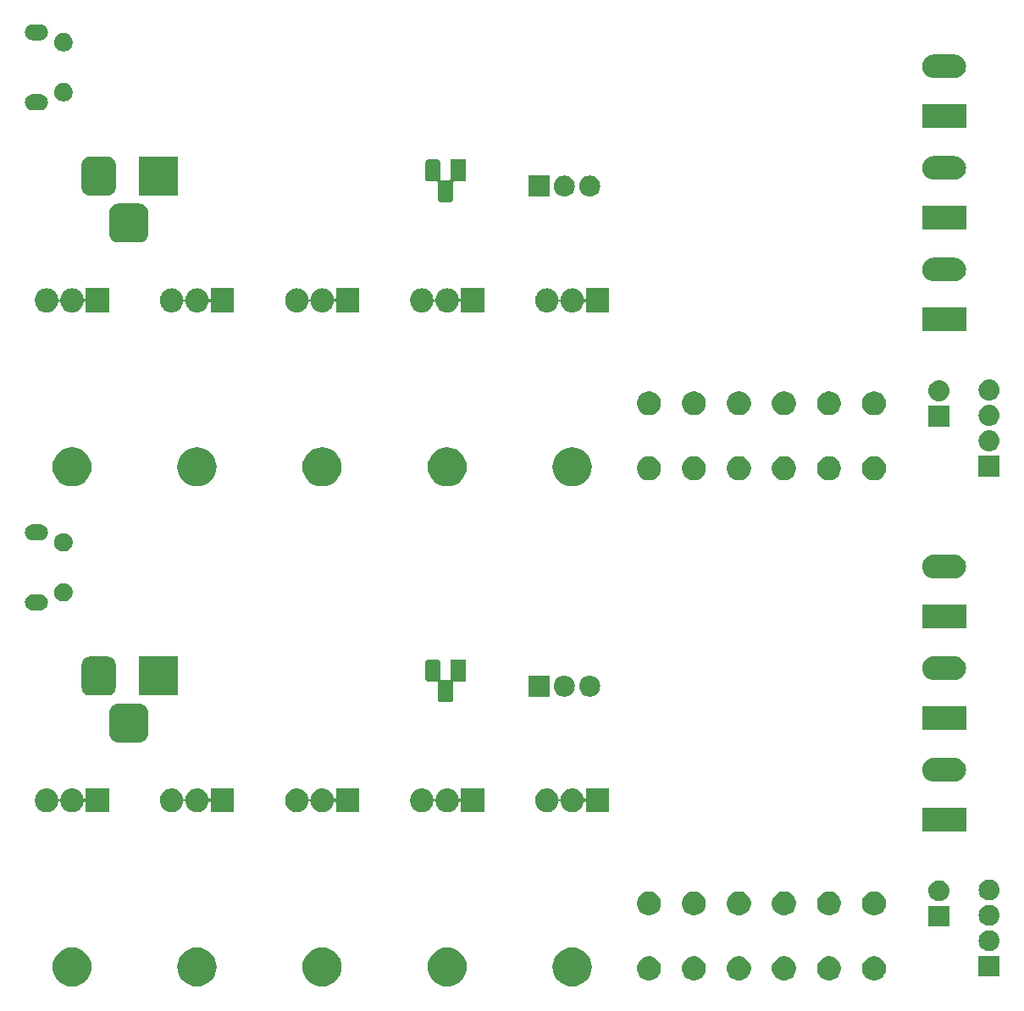
<source format=gbs>
G04 #@! TF.GenerationSoftware,KiCad,Pcbnew,5.0.2-bee76a0~70~ubuntu18.04.1*
G04 #@! TF.CreationDate,2019-01-17T01:44:13+01:00*
G04 #@! TF.ProjectId,ESPLED,4553504c-4544-42e6-9b69-6361645f7063,rev?*
G04 #@! TF.SameCoordinates,Original*
G04 #@! TF.FileFunction,Soldermask,Bot*
G04 #@! TF.FilePolarity,Negative*
%FSLAX46Y46*%
G04 Gerber Fmt 4.6, Leading zero omitted, Abs format (unit mm)*
G04 Created by KiCad (PCBNEW 5.0.2-bee76a0~70~ubuntu18.04.1) date Do 17 Jan 2019 01:44:13 CET*
%MOMM*%
%LPD*%
G01*
G04 APERTURE LIST*
%ADD10C,0.100000*%
G04 APERTURE END LIST*
D10*
G36*
X123703298Y-139158315D02*
X123703301Y-139158316D01*
X123703302Y-139158316D01*
X124070878Y-139269819D01*
X124409639Y-139450890D01*
X124706565Y-139694571D01*
X124950246Y-139991497D01*
X125131317Y-140330258D01*
X125169777Y-140457045D01*
X125242821Y-140697838D01*
X125280470Y-141080101D01*
X125242821Y-141462364D01*
X125242820Y-141462367D01*
X125242820Y-141462368D01*
X125131317Y-141829944D01*
X124950246Y-142168705D01*
X124706565Y-142465631D01*
X124409639Y-142709312D01*
X124070878Y-142890383D01*
X123703302Y-143001886D01*
X123703301Y-143001886D01*
X123703298Y-143001887D01*
X123416834Y-143030101D01*
X123225236Y-143030101D01*
X122938772Y-143001887D01*
X122938769Y-143001886D01*
X122938768Y-143001886D01*
X122571192Y-142890383D01*
X122232431Y-142709312D01*
X121935505Y-142465631D01*
X121691824Y-142168705D01*
X121510753Y-141829944D01*
X121399250Y-141462368D01*
X121399250Y-141462367D01*
X121399249Y-141462364D01*
X121361600Y-141080101D01*
X121399249Y-140697838D01*
X121472293Y-140457045D01*
X121510753Y-140330258D01*
X121691824Y-139991497D01*
X121935505Y-139694571D01*
X122232431Y-139450890D01*
X122571192Y-139269819D01*
X122938768Y-139158316D01*
X122938769Y-139158316D01*
X122938772Y-139158315D01*
X123225236Y-139130101D01*
X123416834Y-139130101D01*
X123703298Y-139158315D01*
X123703298Y-139158315D01*
G37*
G36*
X111206485Y-139158315D02*
X111206488Y-139158316D01*
X111206489Y-139158316D01*
X111574065Y-139269819D01*
X111912826Y-139450890D01*
X112209752Y-139694571D01*
X112453433Y-139991497D01*
X112634504Y-140330258D01*
X112672964Y-140457045D01*
X112746008Y-140697838D01*
X112783657Y-141080101D01*
X112746008Y-141462364D01*
X112746007Y-141462367D01*
X112746007Y-141462368D01*
X112634504Y-141829944D01*
X112453433Y-142168705D01*
X112209752Y-142465631D01*
X111912826Y-142709312D01*
X111574065Y-142890383D01*
X111206489Y-143001886D01*
X111206488Y-143001886D01*
X111206485Y-143001887D01*
X110920021Y-143030101D01*
X110728423Y-143030101D01*
X110441959Y-143001887D01*
X110441956Y-143001886D01*
X110441955Y-143001886D01*
X110074379Y-142890383D01*
X109735618Y-142709312D01*
X109438692Y-142465631D01*
X109195011Y-142168705D01*
X109013940Y-141829944D01*
X108902437Y-141462368D01*
X108902437Y-141462367D01*
X108902436Y-141462364D01*
X108864787Y-141080101D01*
X108902436Y-140697838D01*
X108975480Y-140457045D01*
X109013940Y-140330258D01*
X109195011Y-139991497D01*
X109438692Y-139694571D01*
X109735618Y-139450890D01*
X110074379Y-139269819D01*
X110441955Y-139158316D01*
X110441956Y-139158316D01*
X110441959Y-139158315D01*
X110728423Y-139130101D01*
X110920021Y-139130101D01*
X111206485Y-139158315D01*
X111206485Y-139158315D01*
G37*
G36*
X98709672Y-139158315D02*
X98709675Y-139158316D01*
X98709676Y-139158316D01*
X99077252Y-139269819D01*
X99416013Y-139450890D01*
X99712939Y-139694571D01*
X99956620Y-139991497D01*
X100137691Y-140330258D01*
X100176151Y-140457045D01*
X100249195Y-140697838D01*
X100286844Y-141080101D01*
X100249195Y-141462364D01*
X100249194Y-141462367D01*
X100249194Y-141462368D01*
X100137691Y-141829944D01*
X99956620Y-142168705D01*
X99712939Y-142465631D01*
X99416013Y-142709312D01*
X99077252Y-142890383D01*
X98709676Y-143001886D01*
X98709675Y-143001886D01*
X98709672Y-143001887D01*
X98423208Y-143030101D01*
X98231610Y-143030101D01*
X97945146Y-143001887D01*
X97945143Y-143001886D01*
X97945142Y-143001886D01*
X97577566Y-142890383D01*
X97238805Y-142709312D01*
X96941879Y-142465631D01*
X96698198Y-142168705D01*
X96517127Y-141829944D01*
X96405624Y-141462368D01*
X96405624Y-141462367D01*
X96405623Y-141462364D01*
X96367974Y-141080101D01*
X96405623Y-140697838D01*
X96478667Y-140457045D01*
X96517127Y-140330258D01*
X96698198Y-139991497D01*
X96941879Y-139694571D01*
X97238805Y-139450890D01*
X97577566Y-139269819D01*
X97945142Y-139158316D01*
X97945143Y-139158316D01*
X97945146Y-139158315D01*
X98231610Y-139130101D01*
X98423208Y-139130101D01*
X98709672Y-139158315D01*
X98709672Y-139158315D01*
G37*
G36*
X136212859Y-139158315D02*
X136212862Y-139158316D01*
X136212863Y-139158316D01*
X136580439Y-139269819D01*
X136919200Y-139450890D01*
X137216126Y-139694571D01*
X137459807Y-139991497D01*
X137640878Y-140330258D01*
X137679338Y-140457045D01*
X137752382Y-140697838D01*
X137790031Y-141080101D01*
X137752382Y-141462364D01*
X137752381Y-141462367D01*
X137752381Y-141462368D01*
X137640878Y-141829944D01*
X137459807Y-142168705D01*
X137216126Y-142465631D01*
X136919200Y-142709312D01*
X136580439Y-142890383D01*
X136212863Y-143001886D01*
X136212862Y-143001886D01*
X136212859Y-143001887D01*
X135926395Y-143030101D01*
X135734797Y-143030101D01*
X135448333Y-143001887D01*
X135448330Y-143001886D01*
X135448329Y-143001886D01*
X135080753Y-142890383D01*
X134741992Y-142709312D01*
X134445066Y-142465631D01*
X134201385Y-142168705D01*
X134020314Y-141829944D01*
X133908811Y-141462368D01*
X133908811Y-141462367D01*
X133908810Y-141462364D01*
X133871161Y-141080101D01*
X133908810Y-140697838D01*
X133981854Y-140457045D01*
X134020314Y-140330258D01*
X134201385Y-139991497D01*
X134445066Y-139694571D01*
X134741992Y-139450890D01*
X135080753Y-139269819D01*
X135448329Y-139158316D01*
X135448330Y-139158316D01*
X135448333Y-139158315D01*
X135734797Y-139130101D01*
X135926395Y-139130101D01*
X136212859Y-139158315D01*
X136212859Y-139158315D01*
G37*
G36*
X148716048Y-139158315D02*
X148716051Y-139158316D01*
X148716052Y-139158316D01*
X149083628Y-139269819D01*
X149422389Y-139450890D01*
X149719315Y-139694571D01*
X149962996Y-139991497D01*
X150144067Y-140330258D01*
X150182527Y-140457045D01*
X150255571Y-140697838D01*
X150293220Y-141080101D01*
X150255571Y-141462364D01*
X150255570Y-141462367D01*
X150255570Y-141462368D01*
X150144067Y-141829944D01*
X149962996Y-142168705D01*
X149719315Y-142465631D01*
X149422389Y-142709312D01*
X149083628Y-142890383D01*
X148716052Y-143001886D01*
X148716051Y-143001886D01*
X148716048Y-143001887D01*
X148429584Y-143030101D01*
X148237986Y-143030101D01*
X147951522Y-143001887D01*
X147951519Y-143001886D01*
X147951518Y-143001886D01*
X147583942Y-142890383D01*
X147245181Y-142709312D01*
X146948255Y-142465631D01*
X146704574Y-142168705D01*
X146523503Y-141829944D01*
X146412000Y-141462368D01*
X146412000Y-141462367D01*
X146411999Y-141462364D01*
X146374350Y-141080101D01*
X146411999Y-140697838D01*
X146485043Y-140457045D01*
X146523503Y-140330258D01*
X146704574Y-139991497D01*
X146948255Y-139694571D01*
X147245181Y-139450890D01*
X147583942Y-139269819D01*
X147951518Y-139158316D01*
X147951519Y-139158316D01*
X147951522Y-139158315D01*
X148237986Y-139130101D01*
X148429584Y-139130101D01*
X148716048Y-139158315D01*
X148716048Y-139158315D01*
G37*
G36*
X160850026Y-140068115D02*
X161068412Y-140158573D01*
X161264958Y-140289901D01*
X161432099Y-140457042D01*
X161563427Y-140653588D01*
X161653885Y-140871974D01*
X161700000Y-141103809D01*
X161700000Y-141340191D01*
X161653885Y-141572026D01*
X161563427Y-141790412D01*
X161432099Y-141986958D01*
X161264958Y-142154099D01*
X161068412Y-142285427D01*
X160850026Y-142375885D01*
X160618191Y-142422000D01*
X160381809Y-142422000D01*
X160149974Y-142375885D01*
X159931588Y-142285427D01*
X159735042Y-142154099D01*
X159567901Y-141986958D01*
X159436573Y-141790412D01*
X159346115Y-141572026D01*
X159300000Y-141340191D01*
X159300000Y-141103809D01*
X159346115Y-140871974D01*
X159436573Y-140653588D01*
X159567901Y-140457042D01*
X159735042Y-140289901D01*
X159931588Y-140158573D01*
X160149974Y-140068115D01*
X160381809Y-140022000D01*
X160618191Y-140022000D01*
X160850026Y-140068115D01*
X160850026Y-140068115D01*
G37*
G36*
X156350026Y-140068115D02*
X156568412Y-140158573D01*
X156764958Y-140289901D01*
X156932099Y-140457042D01*
X157063427Y-140653588D01*
X157153885Y-140871974D01*
X157200000Y-141103809D01*
X157200000Y-141340191D01*
X157153885Y-141572026D01*
X157063427Y-141790412D01*
X156932099Y-141986958D01*
X156764958Y-142154099D01*
X156568412Y-142285427D01*
X156350026Y-142375885D01*
X156118191Y-142422000D01*
X155881809Y-142422000D01*
X155649974Y-142375885D01*
X155431588Y-142285427D01*
X155235042Y-142154099D01*
X155067901Y-141986958D01*
X154936573Y-141790412D01*
X154846115Y-141572026D01*
X154800000Y-141340191D01*
X154800000Y-141103809D01*
X154846115Y-140871974D01*
X154936573Y-140653588D01*
X155067901Y-140457042D01*
X155235042Y-140289901D01*
X155431588Y-140158573D01*
X155649974Y-140068115D01*
X155881809Y-140022000D01*
X156118191Y-140022000D01*
X156350026Y-140068115D01*
X156350026Y-140068115D01*
G37*
G36*
X165350026Y-140068115D02*
X165568412Y-140158573D01*
X165764958Y-140289901D01*
X165932099Y-140457042D01*
X166063427Y-140653588D01*
X166153885Y-140871974D01*
X166200000Y-141103809D01*
X166200000Y-141340191D01*
X166153885Y-141572026D01*
X166063427Y-141790412D01*
X165932099Y-141986958D01*
X165764958Y-142154099D01*
X165568412Y-142285427D01*
X165350026Y-142375885D01*
X165118191Y-142422000D01*
X164881809Y-142422000D01*
X164649974Y-142375885D01*
X164431588Y-142285427D01*
X164235042Y-142154099D01*
X164067901Y-141986958D01*
X163936573Y-141790412D01*
X163846115Y-141572026D01*
X163800000Y-141340191D01*
X163800000Y-141103809D01*
X163846115Y-140871974D01*
X163936573Y-140653588D01*
X164067901Y-140457042D01*
X164235042Y-140289901D01*
X164431588Y-140158573D01*
X164649974Y-140068115D01*
X164881809Y-140022000D01*
X165118191Y-140022000D01*
X165350026Y-140068115D01*
X165350026Y-140068115D01*
G37*
G36*
X178850026Y-140068115D02*
X179068412Y-140158573D01*
X179264958Y-140289901D01*
X179432099Y-140457042D01*
X179563427Y-140653588D01*
X179653885Y-140871974D01*
X179700000Y-141103809D01*
X179700000Y-141340191D01*
X179653885Y-141572026D01*
X179563427Y-141790412D01*
X179432099Y-141986958D01*
X179264958Y-142154099D01*
X179068412Y-142285427D01*
X178850026Y-142375885D01*
X178618191Y-142422000D01*
X178381809Y-142422000D01*
X178149974Y-142375885D01*
X177931588Y-142285427D01*
X177735042Y-142154099D01*
X177567901Y-141986958D01*
X177436573Y-141790412D01*
X177346115Y-141572026D01*
X177300000Y-141340191D01*
X177300000Y-141103809D01*
X177346115Y-140871974D01*
X177436573Y-140653588D01*
X177567901Y-140457042D01*
X177735042Y-140289901D01*
X177931588Y-140158573D01*
X178149974Y-140068115D01*
X178381809Y-140022000D01*
X178618191Y-140022000D01*
X178850026Y-140068115D01*
X178850026Y-140068115D01*
G37*
G36*
X174350026Y-140068115D02*
X174568412Y-140158573D01*
X174764958Y-140289901D01*
X174932099Y-140457042D01*
X175063427Y-140653588D01*
X175153885Y-140871974D01*
X175200000Y-141103809D01*
X175200000Y-141340191D01*
X175153885Y-141572026D01*
X175063427Y-141790412D01*
X174932099Y-141986958D01*
X174764958Y-142154099D01*
X174568412Y-142285427D01*
X174350026Y-142375885D01*
X174118191Y-142422000D01*
X173881809Y-142422000D01*
X173649974Y-142375885D01*
X173431588Y-142285427D01*
X173235042Y-142154099D01*
X173067901Y-141986958D01*
X172936573Y-141790412D01*
X172846115Y-141572026D01*
X172800000Y-141340191D01*
X172800000Y-141103809D01*
X172846115Y-140871974D01*
X172936573Y-140653588D01*
X173067901Y-140457042D01*
X173235042Y-140289901D01*
X173431588Y-140158573D01*
X173649974Y-140068115D01*
X173881809Y-140022000D01*
X174118191Y-140022000D01*
X174350026Y-140068115D01*
X174350026Y-140068115D01*
G37*
G36*
X169850026Y-140068115D02*
X170068412Y-140158573D01*
X170264958Y-140289901D01*
X170432099Y-140457042D01*
X170563427Y-140653588D01*
X170653885Y-140871974D01*
X170700000Y-141103809D01*
X170700000Y-141340191D01*
X170653885Y-141572026D01*
X170563427Y-141790412D01*
X170432099Y-141986958D01*
X170264958Y-142154099D01*
X170068412Y-142285427D01*
X169850026Y-142375885D01*
X169618191Y-142422000D01*
X169381809Y-142422000D01*
X169149974Y-142375885D01*
X168931588Y-142285427D01*
X168735042Y-142154099D01*
X168567901Y-141986958D01*
X168436573Y-141790412D01*
X168346115Y-141572026D01*
X168300000Y-141340191D01*
X168300000Y-141103809D01*
X168346115Y-140871974D01*
X168436573Y-140653588D01*
X168567901Y-140457042D01*
X168735042Y-140289901D01*
X168931588Y-140158573D01*
X169149974Y-140068115D01*
X169381809Y-140022000D01*
X169618191Y-140022000D01*
X169850026Y-140068115D01*
X169850026Y-140068115D01*
G37*
G36*
X191050000Y-142050000D02*
X188950000Y-142050000D01*
X188950000Y-139950000D01*
X191050000Y-139950000D01*
X191050000Y-142050000D01*
X191050000Y-142050000D01*
G37*
G36*
X190128707Y-137417596D02*
X190205836Y-137425193D01*
X190337787Y-137465220D01*
X190403763Y-137485233D01*
X190586172Y-137582733D01*
X190746054Y-137713946D01*
X190877267Y-137873828D01*
X190974767Y-138056237D01*
X190974767Y-138056238D01*
X191034807Y-138254164D01*
X191055080Y-138460000D01*
X191034807Y-138665836D01*
X190994780Y-138797787D01*
X190974767Y-138863763D01*
X190877267Y-139046172D01*
X190746054Y-139206054D01*
X190586172Y-139337267D01*
X190403763Y-139434767D01*
X190350605Y-139450892D01*
X190205836Y-139494807D01*
X190128707Y-139502403D01*
X190051580Y-139510000D01*
X189948420Y-139510000D01*
X189871293Y-139502403D01*
X189794164Y-139494807D01*
X189649395Y-139450892D01*
X189596237Y-139434767D01*
X189413828Y-139337267D01*
X189253946Y-139206054D01*
X189122733Y-139046172D01*
X189025233Y-138863763D01*
X189005220Y-138797787D01*
X188965193Y-138665836D01*
X188944920Y-138460000D01*
X188965193Y-138254164D01*
X189025233Y-138056238D01*
X189025233Y-138056237D01*
X189122733Y-137873828D01*
X189253946Y-137713946D01*
X189413828Y-137582733D01*
X189596237Y-137485233D01*
X189662213Y-137465220D01*
X189794164Y-137425193D01*
X189871293Y-137417596D01*
X189948420Y-137410000D01*
X190051580Y-137410000D01*
X190128707Y-137417596D01*
X190128707Y-137417596D01*
G37*
G36*
X186050000Y-137050000D02*
X183950000Y-137050000D01*
X183950000Y-134950000D01*
X186050000Y-134950000D01*
X186050000Y-137050000D01*
X186050000Y-137050000D01*
G37*
G36*
X190128707Y-134877597D02*
X190205836Y-134885193D01*
X190337787Y-134925220D01*
X190403763Y-134945233D01*
X190586172Y-135042733D01*
X190746054Y-135173946D01*
X190877267Y-135333828D01*
X190974767Y-135516237D01*
X190974767Y-135516238D01*
X191034807Y-135714164D01*
X191055080Y-135920000D01*
X191034807Y-136125836D01*
X190994780Y-136257787D01*
X190974767Y-136323763D01*
X190877267Y-136506172D01*
X190746054Y-136666054D01*
X190586172Y-136797267D01*
X190403763Y-136894767D01*
X190337787Y-136914780D01*
X190205836Y-136954807D01*
X190128707Y-136962404D01*
X190051580Y-136970000D01*
X189948420Y-136970000D01*
X189871293Y-136962404D01*
X189794164Y-136954807D01*
X189662213Y-136914780D01*
X189596237Y-136894767D01*
X189413828Y-136797267D01*
X189253946Y-136666054D01*
X189122733Y-136506172D01*
X189025233Y-136323763D01*
X189005220Y-136257787D01*
X188965193Y-136125836D01*
X188944920Y-135920000D01*
X188965193Y-135714164D01*
X189025233Y-135516238D01*
X189025233Y-135516237D01*
X189122733Y-135333828D01*
X189253946Y-135173946D01*
X189413828Y-135042733D01*
X189596237Y-134945233D01*
X189662213Y-134925220D01*
X189794164Y-134885193D01*
X189871293Y-134877597D01*
X189948420Y-134870000D01*
X190051580Y-134870000D01*
X190128707Y-134877597D01*
X190128707Y-134877597D01*
G37*
G36*
X156350026Y-133568115D02*
X156568412Y-133658573D01*
X156764958Y-133789901D01*
X156932099Y-133957042D01*
X157063427Y-134153588D01*
X157153885Y-134371974D01*
X157200000Y-134603809D01*
X157200000Y-134840191D01*
X157153885Y-135072026D01*
X157063427Y-135290412D01*
X156932099Y-135486958D01*
X156764958Y-135654099D01*
X156568412Y-135785427D01*
X156350026Y-135875885D01*
X156118191Y-135922000D01*
X155881809Y-135922000D01*
X155649974Y-135875885D01*
X155431588Y-135785427D01*
X155235042Y-135654099D01*
X155067901Y-135486958D01*
X154936573Y-135290412D01*
X154846115Y-135072026D01*
X154800000Y-134840191D01*
X154800000Y-134603809D01*
X154846115Y-134371974D01*
X154936573Y-134153588D01*
X155067901Y-133957042D01*
X155235042Y-133789901D01*
X155431588Y-133658573D01*
X155649974Y-133568115D01*
X155881809Y-133522000D01*
X156118191Y-133522000D01*
X156350026Y-133568115D01*
X156350026Y-133568115D01*
G37*
G36*
X160850026Y-133568115D02*
X161068412Y-133658573D01*
X161264958Y-133789901D01*
X161432099Y-133957042D01*
X161563427Y-134153588D01*
X161653885Y-134371974D01*
X161700000Y-134603809D01*
X161700000Y-134840191D01*
X161653885Y-135072026D01*
X161563427Y-135290412D01*
X161432099Y-135486958D01*
X161264958Y-135654099D01*
X161068412Y-135785427D01*
X160850026Y-135875885D01*
X160618191Y-135922000D01*
X160381809Y-135922000D01*
X160149974Y-135875885D01*
X159931588Y-135785427D01*
X159735042Y-135654099D01*
X159567901Y-135486958D01*
X159436573Y-135290412D01*
X159346115Y-135072026D01*
X159300000Y-134840191D01*
X159300000Y-134603809D01*
X159346115Y-134371974D01*
X159436573Y-134153588D01*
X159567901Y-133957042D01*
X159735042Y-133789901D01*
X159931588Y-133658573D01*
X160149974Y-133568115D01*
X160381809Y-133522000D01*
X160618191Y-133522000D01*
X160850026Y-133568115D01*
X160850026Y-133568115D01*
G37*
G36*
X169850026Y-133568115D02*
X170068412Y-133658573D01*
X170264958Y-133789901D01*
X170432099Y-133957042D01*
X170563427Y-134153588D01*
X170653885Y-134371974D01*
X170700000Y-134603809D01*
X170700000Y-134840191D01*
X170653885Y-135072026D01*
X170563427Y-135290412D01*
X170432099Y-135486958D01*
X170264958Y-135654099D01*
X170068412Y-135785427D01*
X169850026Y-135875885D01*
X169618191Y-135922000D01*
X169381809Y-135922000D01*
X169149974Y-135875885D01*
X168931588Y-135785427D01*
X168735042Y-135654099D01*
X168567901Y-135486958D01*
X168436573Y-135290412D01*
X168346115Y-135072026D01*
X168300000Y-134840191D01*
X168300000Y-134603809D01*
X168346115Y-134371974D01*
X168436573Y-134153588D01*
X168567901Y-133957042D01*
X168735042Y-133789901D01*
X168931588Y-133658573D01*
X169149974Y-133568115D01*
X169381809Y-133522000D01*
X169618191Y-133522000D01*
X169850026Y-133568115D01*
X169850026Y-133568115D01*
G37*
G36*
X174350026Y-133568115D02*
X174568412Y-133658573D01*
X174764958Y-133789901D01*
X174932099Y-133957042D01*
X175063427Y-134153588D01*
X175153885Y-134371974D01*
X175200000Y-134603809D01*
X175200000Y-134840191D01*
X175153885Y-135072026D01*
X175063427Y-135290412D01*
X174932099Y-135486958D01*
X174764958Y-135654099D01*
X174568412Y-135785427D01*
X174350026Y-135875885D01*
X174118191Y-135922000D01*
X173881809Y-135922000D01*
X173649974Y-135875885D01*
X173431588Y-135785427D01*
X173235042Y-135654099D01*
X173067901Y-135486958D01*
X172936573Y-135290412D01*
X172846115Y-135072026D01*
X172800000Y-134840191D01*
X172800000Y-134603809D01*
X172846115Y-134371974D01*
X172936573Y-134153588D01*
X173067901Y-133957042D01*
X173235042Y-133789901D01*
X173431588Y-133658573D01*
X173649974Y-133568115D01*
X173881809Y-133522000D01*
X174118191Y-133522000D01*
X174350026Y-133568115D01*
X174350026Y-133568115D01*
G37*
G36*
X165350026Y-133568115D02*
X165568412Y-133658573D01*
X165764958Y-133789901D01*
X165932099Y-133957042D01*
X166063427Y-134153588D01*
X166153885Y-134371974D01*
X166200000Y-134603809D01*
X166200000Y-134840191D01*
X166153885Y-135072026D01*
X166063427Y-135290412D01*
X165932099Y-135486958D01*
X165764958Y-135654099D01*
X165568412Y-135785427D01*
X165350026Y-135875885D01*
X165118191Y-135922000D01*
X164881809Y-135922000D01*
X164649974Y-135875885D01*
X164431588Y-135785427D01*
X164235042Y-135654099D01*
X164067901Y-135486958D01*
X163936573Y-135290412D01*
X163846115Y-135072026D01*
X163800000Y-134840191D01*
X163800000Y-134603809D01*
X163846115Y-134371974D01*
X163936573Y-134153588D01*
X164067901Y-133957042D01*
X164235042Y-133789901D01*
X164431588Y-133658573D01*
X164649974Y-133568115D01*
X164881809Y-133522000D01*
X165118191Y-133522000D01*
X165350026Y-133568115D01*
X165350026Y-133568115D01*
G37*
G36*
X178850026Y-133568115D02*
X179068412Y-133658573D01*
X179264958Y-133789901D01*
X179432099Y-133957042D01*
X179563427Y-134153588D01*
X179653885Y-134371974D01*
X179700000Y-134603809D01*
X179700000Y-134840191D01*
X179653885Y-135072026D01*
X179563427Y-135290412D01*
X179432099Y-135486958D01*
X179264958Y-135654099D01*
X179068412Y-135785427D01*
X178850026Y-135875885D01*
X178618191Y-135922000D01*
X178381809Y-135922000D01*
X178149974Y-135875885D01*
X177931588Y-135785427D01*
X177735042Y-135654099D01*
X177567901Y-135486958D01*
X177436573Y-135290412D01*
X177346115Y-135072026D01*
X177300000Y-134840191D01*
X177300000Y-134603809D01*
X177346115Y-134371974D01*
X177436573Y-134153588D01*
X177567901Y-133957042D01*
X177735042Y-133789901D01*
X177931588Y-133658573D01*
X178149974Y-133568115D01*
X178381809Y-133522000D01*
X178618191Y-133522000D01*
X178850026Y-133568115D01*
X178850026Y-133568115D01*
G37*
G36*
X185128707Y-132417596D02*
X185205836Y-132425193D01*
X185337787Y-132465220D01*
X185403763Y-132485233D01*
X185586172Y-132582733D01*
X185746054Y-132713946D01*
X185877267Y-132873828D01*
X185974767Y-133056237D01*
X185974767Y-133056238D01*
X186034807Y-133254164D01*
X186055080Y-133460000D01*
X186034807Y-133665836D01*
X185999035Y-133783762D01*
X185974767Y-133863763D01*
X185877267Y-134046172D01*
X185746054Y-134206054D01*
X185586172Y-134337267D01*
X185403763Y-134434767D01*
X185337787Y-134454780D01*
X185205836Y-134494807D01*
X185128707Y-134502404D01*
X185051580Y-134510000D01*
X184948420Y-134510000D01*
X184871293Y-134502404D01*
X184794164Y-134494807D01*
X184662213Y-134454780D01*
X184596237Y-134434767D01*
X184413828Y-134337267D01*
X184253946Y-134206054D01*
X184122733Y-134046172D01*
X184025233Y-133863763D01*
X184000965Y-133783762D01*
X183965193Y-133665836D01*
X183944920Y-133460000D01*
X183965193Y-133254164D01*
X184025233Y-133056238D01*
X184025233Y-133056237D01*
X184122733Y-132873828D01*
X184253946Y-132713946D01*
X184413828Y-132582733D01*
X184596237Y-132485233D01*
X184662213Y-132465220D01*
X184794164Y-132425193D01*
X184871293Y-132417596D01*
X184948420Y-132410000D01*
X185051580Y-132410000D01*
X185128707Y-132417596D01*
X185128707Y-132417596D01*
G37*
G36*
X190128707Y-132337596D02*
X190205836Y-132345193D01*
X190337787Y-132385220D01*
X190403763Y-132405233D01*
X190586172Y-132502733D01*
X190746054Y-132633946D01*
X190877267Y-132793828D01*
X190974767Y-132976237D01*
X190974767Y-132976238D01*
X191034807Y-133174164D01*
X191055080Y-133380000D01*
X191034807Y-133585836D01*
X191012742Y-133658574D01*
X190974767Y-133783763D01*
X190877267Y-133966172D01*
X190746054Y-134126054D01*
X190586172Y-134257267D01*
X190403763Y-134354767D01*
X190347041Y-134371973D01*
X190205836Y-134414807D01*
X190128707Y-134422404D01*
X190051580Y-134430000D01*
X189948420Y-134430000D01*
X189871293Y-134422404D01*
X189794164Y-134414807D01*
X189652959Y-134371973D01*
X189596237Y-134354767D01*
X189413828Y-134257267D01*
X189253946Y-134126054D01*
X189122733Y-133966172D01*
X189025233Y-133783763D01*
X188987258Y-133658574D01*
X188965193Y-133585836D01*
X188944920Y-133380000D01*
X188965193Y-133174164D01*
X189025233Y-132976238D01*
X189025233Y-132976237D01*
X189122733Y-132793828D01*
X189253946Y-132633946D01*
X189413828Y-132502733D01*
X189596237Y-132405233D01*
X189662213Y-132385220D01*
X189794164Y-132345193D01*
X189871293Y-132337596D01*
X189948420Y-132330000D01*
X190051580Y-132330000D01*
X190128707Y-132337596D01*
X190128707Y-132337596D01*
G37*
G36*
X187695000Y-127542000D02*
X183335000Y-127542000D01*
X183335000Y-125162000D01*
X187695000Y-125162000D01*
X187695000Y-127542000D01*
X187695000Y-127542000D01*
G37*
G36*
X136056525Y-123236777D02*
X136165149Y-123269728D01*
X136273773Y-123302678D01*
X136473991Y-123409697D01*
X136649477Y-123553714D01*
X136745494Y-123670712D01*
X136793501Y-123729209D01*
X136793502Y-123729211D01*
X136900519Y-123929425D01*
X136900519Y-123929426D01*
X136966420Y-124146672D01*
X136966420Y-124146674D01*
X136968698Y-124169803D01*
X136973479Y-124193837D01*
X136982856Y-124216476D01*
X136996470Y-124236850D01*
X137013797Y-124254177D01*
X137034172Y-124267791D01*
X137056811Y-124277169D01*
X137080844Y-124281949D01*
X137105348Y-124281949D01*
X137129382Y-124277168D01*
X137152021Y-124267791D01*
X137172395Y-124254177D01*
X137189722Y-124236850D01*
X137203336Y-124216475D01*
X137212714Y-124193836D01*
X137218096Y-124157551D01*
X137218096Y-123220101D01*
X139523096Y-123220101D01*
X139523096Y-125620101D01*
X137218096Y-125620101D01*
X137218096Y-124682652D01*
X137215694Y-124658266D01*
X137208581Y-124634817D01*
X137197030Y-124613206D01*
X137181484Y-124594264D01*
X137162542Y-124578718D01*
X137140931Y-124567167D01*
X137117482Y-124560054D01*
X137093096Y-124557652D01*
X137068710Y-124560054D01*
X137045261Y-124567167D01*
X137023650Y-124578718D01*
X137004708Y-124594264D01*
X136989162Y-124613206D01*
X136977611Y-124634817D01*
X136968698Y-124670400D01*
X136966420Y-124693529D01*
X136900519Y-124910778D01*
X136793500Y-125110996D01*
X136649483Y-125286482D01*
X136532485Y-125382499D01*
X136473988Y-125430506D01*
X136473986Y-125430507D01*
X136273772Y-125537524D01*
X136165148Y-125570474D01*
X136056524Y-125603425D01*
X135830596Y-125625677D01*
X135604667Y-125603425D01*
X135496043Y-125570474D01*
X135387419Y-125537524D01*
X135187201Y-125430505D01*
X135011715Y-125286488D01*
X134915698Y-125169490D01*
X134867691Y-125110993D01*
X134760674Y-124910778D01*
X134760673Y-124910777D01*
X134727723Y-124802153D01*
X134694772Y-124693529D01*
X134684994Y-124594252D01*
X134680213Y-124570218D01*
X134670836Y-124547579D01*
X134657222Y-124527205D01*
X134639895Y-124509878D01*
X134619520Y-124496264D01*
X134596881Y-124486886D01*
X134572848Y-124482106D01*
X134548344Y-124482106D01*
X134524310Y-124486887D01*
X134501671Y-124496264D01*
X134481297Y-124509878D01*
X134463970Y-124527205D01*
X134450356Y-124547580D01*
X134440978Y-124570219D01*
X134436198Y-124594252D01*
X134426420Y-124693529D01*
X134360519Y-124910778D01*
X134253500Y-125110996D01*
X134109483Y-125286482D01*
X133992485Y-125382499D01*
X133933988Y-125430506D01*
X133933986Y-125430507D01*
X133733772Y-125537524D01*
X133625148Y-125570474D01*
X133516524Y-125603425D01*
X133290596Y-125625677D01*
X133064667Y-125603425D01*
X132956043Y-125570474D01*
X132847419Y-125537524D01*
X132647201Y-125430505D01*
X132471715Y-125286488D01*
X132375698Y-125169490D01*
X132327691Y-125110993D01*
X132220674Y-124910778D01*
X132220673Y-124910777D01*
X132187723Y-124802153D01*
X132154772Y-124693529D01*
X132140397Y-124547579D01*
X132138096Y-124524216D01*
X132138096Y-124315985D01*
X132154772Y-124146673D01*
X132220673Y-123929424D01*
X132277876Y-123822406D01*
X132327691Y-123729208D01*
X132353517Y-123697739D01*
X132471713Y-123553717D01*
X132647202Y-123409697D01*
X132847420Y-123302678D01*
X132956044Y-123269728D01*
X133064668Y-123236777D01*
X133290596Y-123214525D01*
X133516525Y-123236777D01*
X133625149Y-123269728D01*
X133733773Y-123302678D01*
X133933991Y-123409697D01*
X134109477Y-123553714D01*
X134205494Y-123670712D01*
X134253501Y-123729209D01*
X134253502Y-123729211D01*
X134360519Y-123929425D01*
X134360519Y-123929426D01*
X134426420Y-124146672D01*
X134426420Y-124146674D01*
X134436198Y-124245950D01*
X134440979Y-124269984D01*
X134450356Y-124292623D01*
X134463970Y-124312997D01*
X134481297Y-124330324D01*
X134501672Y-124343938D01*
X134524311Y-124353316D01*
X134548344Y-124358096D01*
X134572848Y-124358096D01*
X134596882Y-124353315D01*
X134619521Y-124343938D01*
X134639895Y-124330324D01*
X134657222Y-124312997D01*
X134670836Y-124292622D01*
X134680214Y-124269983D01*
X134684994Y-124245950D01*
X134694772Y-124146673D01*
X134760673Y-123929424D01*
X134817876Y-123822406D01*
X134867691Y-123729208D01*
X134893517Y-123697739D01*
X135011713Y-123553717D01*
X135187202Y-123409697D01*
X135387420Y-123302678D01*
X135496044Y-123269728D01*
X135604668Y-123236777D01*
X135830596Y-123214525D01*
X136056525Y-123236777D01*
X136056525Y-123236777D01*
G37*
G36*
X98553338Y-123236777D02*
X98661962Y-123269728D01*
X98770586Y-123302678D01*
X98970804Y-123409697D01*
X99146290Y-123553714D01*
X99242307Y-123670712D01*
X99290314Y-123729209D01*
X99290315Y-123729211D01*
X99397332Y-123929425D01*
X99397332Y-123929426D01*
X99463233Y-124146672D01*
X99463233Y-124146674D01*
X99465511Y-124169803D01*
X99470292Y-124193837D01*
X99479669Y-124216476D01*
X99493283Y-124236850D01*
X99510610Y-124254177D01*
X99530985Y-124267791D01*
X99553624Y-124277169D01*
X99577657Y-124281949D01*
X99602161Y-124281949D01*
X99626195Y-124277168D01*
X99648834Y-124267791D01*
X99669208Y-124254177D01*
X99686535Y-124236850D01*
X99700149Y-124216475D01*
X99709527Y-124193836D01*
X99714909Y-124157551D01*
X99714909Y-123220101D01*
X102019909Y-123220101D01*
X102019909Y-125620101D01*
X99714909Y-125620101D01*
X99714909Y-124682652D01*
X99712507Y-124658266D01*
X99705394Y-124634817D01*
X99693843Y-124613206D01*
X99678297Y-124594264D01*
X99659355Y-124578718D01*
X99637744Y-124567167D01*
X99614295Y-124560054D01*
X99589909Y-124557652D01*
X99565523Y-124560054D01*
X99542074Y-124567167D01*
X99520463Y-124578718D01*
X99501521Y-124594264D01*
X99485975Y-124613206D01*
X99474424Y-124634817D01*
X99465511Y-124670400D01*
X99463233Y-124693529D01*
X99397332Y-124910778D01*
X99290313Y-125110996D01*
X99146296Y-125286482D01*
X99029298Y-125382499D01*
X98970801Y-125430506D01*
X98970799Y-125430507D01*
X98770585Y-125537524D01*
X98661961Y-125570474D01*
X98553337Y-125603425D01*
X98327409Y-125625677D01*
X98101480Y-125603425D01*
X97992856Y-125570474D01*
X97884232Y-125537524D01*
X97684014Y-125430505D01*
X97508528Y-125286488D01*
X97412511Y-125169490D01*
X97364504Y-125110993D01*
X97257487Y-124910778D01*
X97257486Y-124910777D01*
X97224535Y-124802152D01*
X97191585Y-124693529D01*
X97181807Y-124594252D01*
X97177026Y-124570218D01*
X97167649Y-124547579D01*
X97154035Y-124527205D01*
X97136708Y-124509878D01*
X97116333Y-124496264D01*
X97093694Y-124486886D01*
X97069661Y-124482106D01*
X97045157Y-124482106D01*
X97021123Y-124486887D01*
X96998484Y-124496264D01*
X96978110Y-124509878D01*
X96960783Y-124527205D01*
X96947169Y-124547580D01*
X96937791Y-124570219D01*
X96933011Y-124594252D01*
X96923233Y-124693529D01*
X96857332Y-124910778D01*
X96750313Y-125110996D01*
X96606296Y-125286482D01*
X96489298Y-125382499D01*
X96430801Y-125430506D01*
X96430799Y-125430507D01*
X96230585Y-125537524D01*
X96121961Y-125570474D01*
X96013337Y-125603425D01*
X95787409Y-125625677D01*
X95561480Y-125603425D01*
X95452856Y-125570474D01*
X95344232Y-125537524D01*
X95144014Y-125430505D01*
X94968528Y-125286488D01*
X94872511Y-125169490D01*
X94824504Y-125110993D01*
X94717487Y-124910778D01*
X94717486Y-124910777D01*
X94684535Y-124802152D01*
X94651585Y-124693529D01*
X94637210Y-124547579D01*
X94634909Y-124524216D01*
X94634909Y-124315985D01*
X94651585Y-124146673D01*
X94717486Y-123929424D01*
X94774689Y-123822406D01*
X94824504Y-123729208D01*
X94850330Y-123697739D01*
X94968526Y-123553717D01*
X95144015Y-123409697D01*
X95344233Y-123302678D01*
X95452857Y-123269728D01*
X95561481Y-123236777D01*
X95787409Y-123214525D01*
X96013338Y-123236777D01*
X96121962Y-123269728D01*
X96230586Y-123302678D01*
X96430804Y-123409697D01*
X96606290Y-123553714D01*
X96702307Y-123670712D01*
X96750314Y-123729209D01*
X96750315Y-123729211D01*
X96857332Y-123929425D01*
X96857332Y-123929426D01*
X96923233Y-124146672D01*
X96923233Y-124146674D01*
X96933011Y-124245950D01*
X96937792Y-124269984D01*
X96947169Y-124292623D01*
X96960783Y-124312997D01*
X96978110Y-124330324D01*
X96998485Y-124343938D01*
X97021124Y-124353316D01*
X97045157Y-124358096D01*
X97069661Y-124358096D01*
X97093695Y-124353315D01*
X97116334Y-124343938D01*
X97136708Y-124330324D01*
X97154035Y-124312997D01*
X97167649Y-124292622D01*
X97177027Y-124269983D01*
X97181807Y-124245950D01*
X97191585Y-124146673D01*
X97257486Y-123929424D01*
X97314689Y-123822406D01*
X97364504Y-123729208D01*
X97390330Y-123697739D01*
X97508526Y-123553717D01*
X97684015Y-123409697D01*
X97884233Y-123302678D01*
X97992857Y-123269728D01*
X98101481Y-123236777D01*
X98327409Y-123214525D01*
X98553338Y-123236777D01*
X98553338Y-123236777D01*
G37*
G36*
X148559714Y-123236777D02*
X148668338Y-123269728D01*
X148776962Y-123302678D01*
X148977180Y-123409697D01*
X149152666Y-123553714D01*
X149248683Y-123670712D01*
X149296690Y-123729209D01*
X149296691Y-123729211D01*
X149403708Y-123929425D01*
X149403708Y-123929426D01*
X149469609Y-124146672D01*
X149469609Y-124146674D01*
X149471887Y-124169803D01*
X149476668Y-124193837D01*
X149486045Y-124216476D01*
X149499659Y-124236850D01*
X149516986Y-124254177D01*
X149537361Y-124267791D01*
X149560000Y-124277169D01*
X149584033Y-124281949D01*
X149608537Y-124281949D01*
X149632571Y-124277168D01*
X149655210Y-124267791D01*
X149675584Y-124254177D01*
X149692911Y-124236850D01*
X149706525Y-124216475D01*
X149715903Y-124193836D01*
X149721285Y-124157551D01*
X149721285Y-123220101D01*
X152026285Y-123220101D01*
X152026285Y-125620101D01*
X149721285Y-125620101D01*
X149721285Y-124682652D01*
X149718883Y-124658266D01*
X149711770Y-124634817D01*
X149700219Y-124613206D01*
X149684673Y-124594264D01*
X149665731Y-124578718D01*
X149644120Y-124567167D01*
X149620671Y-124560054D01*
X149596285Y-124557652D01*
X149571899Y-124560054D01*
X149548450Y-124567167D01*
X149526839Y-124578718D01*
X149507897Y-124594264D01*
X149492351Y-124613206D01*
X149480800Y-124634817D01*
X149471887Y-124670400D01*
X149469609Y-124693529D01*
X149403708Y-124910778D01*
X149296689Y-125110996D01*
X149152672Y-125286482D01*
X149035674Y-125382499D01*
X148977177Y-125430506D01*
X148977175Y-125430507D01*
X148776961Y-125537524D01*
X148668337Y-125570474D01*
X148559713Y-125603425D01*
X148333785Y-125625677D01*
X148107856Y-125603425D01*
X147999232Y-125570474D01*
X147890608Y-125537524D01*
X147690390Y-125430505D01*
X147514904Y-125286488D01*
X147418887Y-125169490D01*
X147370880Y-125110993D01*
X147263863Y-124910778D01*
X147263862Y-124910777D01*
X147230912Y-124802153D01*
X147197961Y-124693529D01*
X147188183Y-124594252D01*
X147183402Y-124570218D01*
X147174025Y-124547579D01*
X147160411Y-124527205D01*
X147143084Y-124509878D01*
X147122709Y-124496264D01*
X147100070Y-124486886D01*
X147076037Y-124482106D01*
X147051533Y-124482106D01*
X147027499Y-124486887D01*
X147004860Y-124496264D01*
X146984486Y-124509878D01*
X146967159Y-124527205D01*
X146953545Y-124547580D01*
X146944167Y-124570219D01*
X146939387Y-124594252D01*
X146929609Y-124693529D01*
X146863708Y-124910778D01*
X146756689Y-125110996D01*
X146612672Y-125286482D01*
X146495674Y-125382499D01*
X146437177Y-125430506D01*
X146437175Y-125430507D01*
X146236961Y-125537524D01*
X146128337Y-125570474D01*
X146019713Y-125603425D01*
X145793785Y-125625677D01*
X145567856Y-125603425D01*
X145459232Y-125570474D01*
X145350608Y-125537524D01*
X145150390Y-125430505D01*
X144974904Y-125286488D01*
X144878887Y-125169490D01*
X144830880Y-125110993D01*
X144723863Y-124910778D01*
X144723862Y-124910777D01*
X144690912Y-124802153D01*
X144657961Y-124693529D01*
X144643586Y-124547579D01*
X144641285Y-124524216D01*
X144641285Y-124315985D01*
X144657961Y-124146673D01*
X144723862Y-123929424D01*
X144781065Y-123822406D01*
X144830880Y-123729208D01*
X144856706Y-123697739D01*
X144974902Y-123553717D01*
X145150391Y-123409697D01*
X145350609Y-123302678D01*
X145459233Y-123269728D01*
X145567857Y-123236777D01*
X145793785Y-123214525D01*
X146019714Y-123236777D01*
X146128338Y-123269728D01*
X146236962Y-123302678D01*
X146437180Y-123409697D01*
X146612666Y-123553714D01*
X146708683Y-123670712D01*
X146756690Y-123729209D01*
X146756691Y-123729211D01*
X146863708Y-123929425D01*
X146863708Y-123929426D01*
X146929609Y-124146672D01*
X146929609Y-124146674D01*
X146939387Y-124245950D01*
X146944168Y-124269984D01*
X146953545Y-124292623D01*
X146967159Y-124312997D01*
X146984486Y-124330324D01*
X147004861Y-124343938D01*
X147027500Y-124353316D01*
X147051533Y-124358096D01*
X147076037Y-124358096D01*
X147100071Y-124353315D01*
X147122710Y-124343938D01*
X147143084Y-124330324D01*
X147160411Y-124312997D01*
X147174025Y-124292622D01*
X147183403Y-124269983D01*
X147188183Y-124245950D01*
X147197961Y-124146673D01*
X147263862Y-123929424D01*
X147321065Y-123822406D01*
X147370880Y-123729208D01*
X147396706Y-123697739D01*
X147514902Y-123553717D01*
X147690391Y-123409697D01*
X147890609Y-123302678D01*
X147999233Y-123269728D01*
X148107857Y-123236777D01*
X148333785Y-123214525D01*
X148559714Y-123236777D01*
X148559714Y-123236777D01*
G37*
G36*
X123546964Y-123236777D02*
X123655588Y-123269728D01*
X123764212Y-123302678D01*
X123964430Y-123409697D01*
X124139916Y-123553714D01*
X124235933Y-123670712D01*
X124283940Y-123729209D01*
X124283941Y-123729211D01*
X124390958Y-123929425D01*
X124390958Y-123929426D01*
X124456859Y-124146672D01*
X124456859Y-124146674D01*
X124459137Y-124169803D01*
X124463918Y-124193837D01*
X124473295Y-124216476D01*
X124486909Y-124236850D01*
X124504236Y-124254177D01*
X124524611Y-124267791D01*
X124547250Y-124277169D01*
X124571283Y-124281949D01*
X124595787Y-124281949D01*
X124619821Y-124277168D01*
X124642460Y-124267791D01*
X124662834Y-124254177D01*
X124680161Y-124236850D01*
X124693775Y-124216475D01*
X124703153Y-124193836D01*
X124708535Y-124157551D01*
X124708535Y-123220101D01*
X127013535Y-123220101D01*
X127013535Y-125620101D01*
X124708535Y-125620101D01*
X124708535Y-124682652D01*
X124706133Y-124658266D01*
X124699020Y-124634817D01*
X124687469Y-124613206D01*
X124671923Y-124594264D01*
X124652981Y-124578718D01*
X124631370Y-124567167D01*
X124607921Y-124560054D01*
X124583535Y-124557652D01*
X124559149Y-124560054D01*
X124535700Y-124567167D01*
X124514089Y-124578718D01*
X124495147Y-124594264D01*
X124479601Y-124613206D01*
X124468050Y-124634817D01*
X124459137Y-124670400D01*
X124456859Y-124693529D01*
X124390958Y-124910778D01*
X124283939Y-125110996D01*
X124139922Y-125286482D01*
X124022924Y-125382499D01*
X123964427Y-125430506D01*
X123964425Y-125430507D01*
X123764211Y-125537524D01*
X123655587Y-125570474D01*
X123546963Y-125603425D01*
X123321035Y-125625677D01*
X123095106Y-125603425D01*
X122986482Y-125570474D01*
X122877858Y-125537524D01*
X122677640Y-125430505D01*
X122502154Y-125286488D01*
X122406137Y-125169490D01*
X122358130Y-125110993D01*
X122251113Y-124910778D01*
X122251112Y-124910777D01*
X122218162Y-124802153D01*
X122185211Y-124693529D01*
X122175433Y-124594252D01*
X122170652Y-124570218D01*
X122161275Y-124547579D01*
X122147661Y-124527205D01*
X122130334Y-124509878D01*
X122109959Y-124496264D01*
X122087320Y-124486886D01*
X122063287Y-124482106D01*
X122038783Y-124482106D01*
X122014749Y-124486887D01*
X121992110Y-124496264D01*
X121971736Y-124509878D01*
X121954409Y-124527205D01*
X121940795Y-124547580D01*
X121931417Y-124570219D01*
X121926637Y-124594252D01*
X121916859Y-124693529D01*
X121850958Y-124910778D01*
X121743939Y-125110996D01*
X121599922Y-125286482D01*
X121482924Y-125382499D01*
X121424427Y-125430506D01*
X121424425Y-125430507D01*
X121224211Y-125537524D01*
X121115587Y-125570474D01*
X121006963Y-125603425D01*
X120781035Y-125625677D01*
X120555106Y-125603425D01*
X120446482Y-125570474D01*
X120337858Y-125537524D01*
X120137640Y-125430505D01*
X119962154Y-125286488D01*
X119866137Y-125169490D01*
X119818130Y-125110993D01*
X119711113Y-124910778D01*
X119711112Y-124910777D01*
X119678162Y-124802153D01*
X119645211Y-124693529D01*
X119630836Y-124547579D01*
X119628535Y-124524216D01*
X119628535Y-124315985D01*
X119645211Y-124146673D01*
X119711112Y-123929424D01*
X119768315Y-123822406D01*
X119818130Y-123729208D01*
X119843956Y-123697739D01*
X119962152Y-123553717D01*
X120137641Y-123409697D01*
X120337859Y-123302678D01*
X120446483Y-123269728D01*
X120555107Y-123236777D01*
X120781035Y-123214525D01*
X121006964Y-123236777D01*
X121115588Y-123269728D01*
X121224212Y-123302678D01*
X121424430Y-123409697D01*
X121599916Y-123553714D01*
X121695933Y-123670712D01*
X121743940Y-123729209D01*
X121743941Y-123729211D01*
X121850958Y-123929425D01*
X121850958Y-123929426D01*
X121916859Y-124146672D01*
X121916859Y-124146674D01*
X121926637Y-124245950D01*
X121931418Y-124269984D01*
X121940795Y-124292623D01*
X121954409Y-124312997D01*
X121971736Y-124330324D01*
X121992111Y-124343938D01*
X122014750Y-124353316D01*
X122038783Y-124358096D01*
X122063287Y-124358096D01*
X122087321Y-124353315D01*
X122109960Y-124343938D01*
X122130334Y-124330324D01*
X122147661Y-124312997D01*
X122161275Y-124292622D01*
X122170653Y-124269983D01*
X122175433Y-124245950D01*
X122185211Y-124146673D01*
X122251112Y-123929424D01*
X122308315Y-123822406D01*
X122358130Y-123729208D01*
X122383956Y-123697739D01*
X122502152Y-123553717D01*
X122677641Y-123409697D01*
X122877859Y-123302678D01*
X122986483Y-123269728D01*
X123095107Y-123236777D01*
X123321035Y-123214525D01*
X123546964Y-123236777D01*
X123546964Y-123236777D01*
G37*
G36*
X111050151Y-123236777D02*
X111158775Y-123269728D01*
X111267399Y-123302678D01*
X111467617Y-123409697D01*
X111643103Y-123553714D01*
X111739120Y-123670712D01*
X111787127Y-123729209D01*
X111787128Y-123729211D01*
X111894145Y-123929425D01*
X111894145Y-123929426D01*
X111960046Y-124146672D01*
X111960046Y-124146674D01*
X111962324Y-124169803D01*
X111967105Y-124193837D01*
X111976482Y-124216476D01*
X111990096Y-124236850D01*
X112007423Y-124254177D01*
X112027798Y-124267791D01*
X112050437Y-124277169D01*
X112074470Y-124281949D01*
X112098974Y-124281949D01*
X112123008Y-124277168D01*
X112145647Y-124267791D01*
X112166021Y-124254177D01*
X112183348Y-124236850D01*
X112196962Y-124216475D01*
X112206340Y-124193836D01*
X112211722Y-124157551D01*
X112211722Y-123220101D01*
X114516722Y-123220101D01*
X114516722Y-125620101D01*
X112211722Y-125620101D01*
X112211722Y-124682652D01*
X112209320Y-124658266D01*
X112202207Y-124634817D01*
X112190656Y-124613206D01*
X112175110Y-124594264D01*
X112156168Y-124578718D01*
X112134557Y-124567167D01*
X112111108Y-124560054D01*
X112086722Y-124557652D01*
X112062336Y-124560054D01*
X112038887Y-124567167D01*
X112017276Y-124578718D01*
X111998334Y-124594264D01*
X111982788Y-124613206D01*
X111971237Y-124634817D01*
X111962324Y-124670400D01*
X111960046Y-124693529D01*
X111894145Y-124910778D01*
X111787126Y-125110996D01*
X111643109Y-125286482D01*
X111526111Y-125382499D01*
X111467614Y-125430506D01*
X111467612Y-125430507D01*
X111267398Y-125537524D01*
X111158774Y-125570474D01*
X111050150Y-125603425D01*
X110824222Y-125625677D01*
X110598293Y-125603425D01*
X110489669Y-125570474D01*
X110381045Y-125537524D01*
X110180827Y-125430505D01*
X110005341Y-125286488D01*
X109909324Y-125169490D01*
X109861317Y-125110993D01*
X109754300Y-124910778D01*
X109754299Y-124910777D01*
X109721349Y-124802153D01*
X109688398Y-124693529D01*
X109678620Y-124594252D01*
X109673839Y-124570218D01*
X109664462Y-124547579D01*
X109650848Y-124527205D01*
X109633521Y-124509878D01*
X109613146Y-124496264D01*
X109590507Y-124486886D01*
X109566474Y-124482106D01*
X109541970Y-124482106D01*
X109517936Y-124486887D01*
X109495297Y-124496264D01*
X109474923Y-124509878D01*
X109457596Y-124527205D01*
X109443982Y-124547580D01*
X109434604Y-124570219D01*
X109429824Y-124594252D01*
X109420046Y-124693529D01*
X109354145Y-124910778D01*
X109247126Y-125110996D01*
X109103109Y-125286482D01*
X108986111Y-125382499D01*
X108927614Y-125430506D01*
X108927612Y-125430507D01*
X108727398Y-125537524D01*
X108618774Y-125570474D01*
X108510150Y-125603425D01*
X108284222Y-125625677D01*
X108058293Y-125603425D01*
X107949669Y-125570474D01*
X107841045Y-125537524D01*
X107640827Y-125430505D01*
X107465341Y-125286488D01*
X107369324Y-125169490D01*
X107321317Y-125110993D01*
X107214300Y-124910778D01*
X107214299Y-124910777D01*
X107181349Y-124802153D01*
X107148398Y-124693529D01*
X107134023Y-124547579D01*
X107131722Y-124524216D01*
X107131722Y-124315985D01*
X107148398Y-124146673D01*
X107214299Y-123929424D01*
X107271502Y-123822406D01*
X107321317Y-123729208D01*
X107347143Y-123697739D01*
X107465339Y-123553717D01*
X107640828Y-123409697D01*
X107841046Y-123302678D01*
X107949670Y-123269728D01*
X108058294Y-123236777D01*
X108284222Y-123214525D01*
X108510151Y-123236777D01*
X108618775Y-123269728D01*
X108727399Y-123302678D01*
X108927617Y-123409697D01*
X109103103Y-123553714D01*
X109199120Y-123670712D01*
X109247127Y-123729209D01*
X109247128Y-123729211D01*
X109354145Y-123929425D01*
X109354145Y-123929426D01*
X109420046Y-124146672D01*
X109420046Y-124146674D01*
X109429824Y-124245950D01*
X109434605Y-124269984D01*
X109443982Y-124292623D01*
X109457596Y-124312997D01*
X109474923Y-124330324D01*
X109495298Y-124343938D01*
X109517937Y-124353316D01*
X109541970Y-124358096D01*
X109566474Y-124358096D01*
X109590508Y-124353315D01*
X109613147Y-124343938D01*
X109633521Y-124330324D01*
X109650848Y-124312997D01*
X109664462Y-124292622D01*
X109673840Y-124269983D01*
X109678620Y-124245950D01*
X109688398Y-124146673D01*
X109754299Y-123929424D01*
X109811502Y-123822406D01*
X109861317Y-123729208D01*
X109887143Y-123697739D01*
X110005339Y-123553717D01*
X110180828Y-123409697D01*
X110381046Y-123302678D01*
X110489670Y-123269728D01*
X110598294Y-123236777D01*
X110824222Y-123214525D01*
X111050151Y-123236777D01*
X111050151Y-123236777D01*
G37*
G36*
X186598418Y-120165444D02*
X186738281Y-120179219D01*
X186962596Y-120247265D01*
X187169327Y-120357764D01*
X187350528Y-120506472D01*
X187499236Y-120687673D01*
X187609735Y-120894404D01*
X187677781Y-121118719D01*
X187700757Y-121352000D01*
X187677781Y-121585281D01*
X187609735Y-121809596D01*
X187499236Y-122016327D01*
X187350528Y-122197528D01*
X187169327Y-122346236D01*
X186962596Y-122456735D01*
X186738281Y-122524781D01*
X186598418Y-122538556D01*
X186563453Y-122542000D01*
X184466547Y-122542000D01*
X184431582Y-122538556D01*
X184291719Y-122524781D01*
X184067404Y-122456735D01*
X183860673Y-122346236D01*
X183679472Y-122197528D01*
X183530764Y-122016327D01*
X183420265Y-121809596D01*
X183352219Y-121585281D01*
X183329243Y-121352000D01*
X183352219Y-121118719D01*
X183420265Y-120894404D01*
X183530764Y-120687673D01*
X183679472Y-120506472D01*
X183860673Y-120357764D01*
X184067404Y-120247265D01*
X184291719Y-120179219D01*
X184431582Y-120165444D01*
X184466547Y-120162000D01*
X186563453Y-120162000D01*
X186598418Y-120165444D01*
X186598418Y-120165444D01*
G37*
G36*
X105215398Y-114768126D02*
X105386472Y-114820021D01*
X105544121Y-114904286D01*
X105682307Y-115017693D01*
X105795714Y-115155879D01*
X105879979Y-115313528D01*
X105931874Y-115484602D01*
X105950000Y-115668640D01*
X105950000Y-117731360D01*
X105931874Y-117915398D01*
X105879979Y-118086472D01*
X105795714Y-118244121D01*
X105682307Y-118382307D01*
X105544121Y-118495714D01*
X105386472Y-118579979D01*
X105215398Y-118631874D01*
X105031360Y-118650000D01*
X102968640Y-118650000D01*
X102784602Y-118631874D01*
X102613528Y-118579979D01*
X102455879Y-118495714D01*
X102317693Y-118382307D01*
X102204286Y-118244121D01*
X102120021Y-118086472D01*
X102068126Y-117915398D01*
X102050000Y-117731360D01*
X102050000Y-115668640D01*
X102068126Y-115484602D01*
X102120021Y-115313528D01*
X102204286Y-115155879D01*
X102317693Y-115017693D01*
X102455879Y-114904286D01*
X102613528Y-114820021D01*
X102784602Y-114768126D01*
X102968640Y-114750000D01*
X105031360Y-114750000D01*
X105215398Y-114768126D01*
X105215398Y-114768126D01*
G37*
G36*
X187695000Y-117382000D02*
X183335000Y-117382000D01*
X183335000Y-115002000D01*
X187695000Y-115002000D01*
X187695000Y-117382000D01*
X187695000Y-117382000D01*
G37*
G36*
X134891848Y-110344597D02*
X134950358Y-110362347D01*
X135004277Y-110391167D01*
X135051543Y-110429957D01*
X135090333Y-110477223D01*
X135119153Y-110531142D01*
X135136903Y-110589652D01*
X135143500Y-110656639D01*
X135143500Y-112219360D01*
X135138439Y-112270748D01*
X135138439Y-112295253D01*
X135143220Y-112319286D01*
X135152597Y-112341925D01*
X135166211Y-112362300D01*
X135183538Y-112379627D01*
X135203913Y-112393240D01*
X135226552Y-112402618D01*
X135262837Y-112408000D01*
X136058500Y-112408000D01*
X136082886Y-112405598D01*
X136106335Y-112398485D01*
X136127946Y-112386934D01*
X136146888Y-112371388D01*
X136162434Y-112352446D01*
X136173985Y-112330835D01*
X136181098Y-112307386D01*
X136183500Y-112283000D01*
X136183500Y-110338000D01*
X137683500Y-110338000D01*
X137683500Y-112538000D01*
X136532837Y-112538000D01*
X136508451Y-112540402D01*
X136485002Y-112547515D01*
X136463391Y-112559066D01*
X136444449Y-112574612D01*
X136428903Y-112593554D01*
X136417352Y-112615165D01*
X136410239Y-112638614D01*
X136408439Y-112675252D01*
X136413500Y-112726640D01*
X136413500Y-114289361D01*
X136406903Y-114356348D01*
X136389153Y-114414858D01*
X136360333Y-114468777D01*
X136321543Y-114516043D01*
X136274277Y-114554833D01*
X136220358Y-114583653D01*
X136161848Y-114601403D01*
X136094861Y-114608000D01*
X135232139Y-114608000D01*
X135165152Y-114601403D01*
X135106642Y-114583653D01*
X135052723Y-114554833D01*
X135005457Y-114516043D01*
X134966667Y-114468777D01*
X134937847Y-114414858D01*
X134920097Y-114356348D01*
X134913500Y-114289361D01*
X134913500Y-112726640D01*
X134918561Y-112675252D01*
X134918561Y-112650747D01*
X134913780Y-112626714D01*
X134904403Y-112604075D01*
X134890789Y-112583700D01*
X134873462Y-112566373D01*
X134853087Y-112552760D01*
X134830448Y-112543382D01*
X134794163Y-112538000D01*
X133962139Y-112538000D01*
X133895152Y-112531403D01*
X133836642Y-112513653D01*
X133782723Y-112484833D01*
X133735457Y-112446043D01*
X133696667Y-112398777D01*
X133667847Y-112344858D01*
X133650097Y-112286348D01*
X133643500Y-112219361D01*
X133643500Y-110656639D01*
X133650097Y-110589652D01*
X133667847Y-110531142D01*
X133696667Y-110477223D01*
X133735457Y-110429957D01*
X133782723Y-110391167D01*
X133836642Y-110362347D01*
X133895152Y-110344597D01*
X133962139Y-110338000D01*
X134824861Y-110338000D01*
X134891848Y-110344597D01*
X134891848Y-110344597D01*
G37*
G36*
X147668707Y-111957597D02*
X147745836Y-111965193D01*
X147877787Y-112005220D01*
X147943763Y-112025233D01*
X148126172Y-112122733D01*
X148286054Y-112253946D01*
X148417267Y-112413828D01*
X148514767Y-112596237D01*
X148524012Y-112626714D01*
X148574807Y-112794164D01*
X148595080Y-113000000D01*
X148574807Y-113205836D01*
X148556609Y-113265827D01*
X148514767Y-113403763D01*
X148417267Y-113586172D01*
X148286054Y-113746054D01*
X148126172Y-113877267D01*
X147943763Y-113974767D01*
X147877787Y-113994780D01*
X147745836Y-114034807D01*
X147668707Y-114042403D01*
X147591580Y-114050000D01*
X147488420Y-114050000D01*
X147411293Y-114042403D01*
X147334164Y-114034807D01*
X147202213Y-113994780D01*
X147136237Y-113974767D01*
X146953828Y-113877267D01*
X146793946Y-113746054D01*
X146662733Y-113586172D01*
X146565233Y-113403763D01*
X146523391Y-113265827D01*
X146505193Y-113205836D01*
X146484920Y-113000000D01*
X146505193Y-112794164D01*
X146555988Y-112626714D01*
X146565233Y-112596237D01*
X146662733Y-112413828D01*
X146793946Y-112253946D01*
X146953828Y-112122733D01*
X147136237Y-112025233D01*
X147202213Y-112005220D01*
X147334164Y-111965193D01*
X147411293Y-111957597D01*
X147488420Y-111950000D01*
X147591580Y-111950000D01*
X147668707Y-111957597D01*
X147668707Y-111957597D01*
G37*
G36*
X150208707Y-111957597D02*
X150285836Y-111965193D01*
X150417787Y-112005220D01*
X150483763Y-112025233D01*
X150666172Y-112122733D01*
X150826054Y-112253946D01*
X150957267Y-112413828D01*
X151054767Y-112596237D01*
X151064012Y-112626714D01*
X151114807Y-112794164D01*
X151135080Y-113000000D01*
X151114807Y-113205836D01*
X151096609Y-113265827D01*
X151054767Y-113403763D01*
X150957267Y-113586172D01*
X150826054Y-113746054D01*
X150666172Y-113877267D01*
X150483763Y-113974767D01*
X150417787Y-113994780D01*
X150285836Y-114034807D01*
X150208707Y-114042403D01*
X150131580Y-114050000D01*
X150028420Y-114050000D01*
X149951293Y-114042403D01*
X149874164Y-114034807D01*
X149742213Y-113994780D01*
X149676237Y-113974767D01*
X149493828Y-113877267D01*
X149333946Y-113746054D01*
X149202733Y-113586172D01*
X149105233Y-113403763D01*
X149063391Y-113265827D01*
X149045193Y-113205836D01*
X149024920Y-113000000D01*
X149045193Y-112794164D01*
X149095988Y-112626714D01*
X149105233Y-112596237D01*
X149202733Y-112413828D01*
X149333946Y-112253946D01*
X149493828Y-112122733D01*
X149676237Y-112025233D01*
X149742213Y-112005220D01*
X149874164Y-111965193D01*
X149951293Y-111957597D01*
X150028420Y-111950000D01*
X150131580Y-111950000D01*
X150208707Y-111957597D01*
X150208707Y-111957597D01*
G37*
G36*
X146050000Y-114050000D02*
X143950000Y-114050000D01*
X143950000Y-111950000D01*
X146050000Y-111950000D01*
X146050000Y-114050000D01*
X146050000Y-114050000D01*
G37*
G36*
X108950000Y-113950000D02*
X105050000Y-113950000D01*
X105050000Y-110050000D01*
X108950000Y-110050000D01*
X108950000Y-113950000D01*
X108950000Y-113950000D01*
G37*
G36*
X102066017Y-110065724D02*
X102213630Y-110110503D01*
X102349677Y-110183222D01*
X102468919Y-110281081D01*
X102566778Y-110400323D01*
X102639497Y-110536370D01*
X102684276Y-110683983D01*
X102700000Y-110843640D01*
X102700000Y-113156360D01*
X102684276Y-113316017D01*
X102639497Y-113463630D01*
X102566778Y-113599677D01*
X102468919Y-113718919D01*
X102349677Y-113816778D01*
X102213630Y-113889497D01*
X102066017Y-113934276D01*
X101906360Y-113950000D01*
X100093640Y-113950000D01*
X99933983Y-113934276D01*
X99786370Y-113889497D01*
X99650323Y-113816778D01*
X99531081Y-113718919D01*
X99433222Y-113599677D01*
X99360503Y-113463630D01*
X99315724Y-113316017D01*
X99300000Y-113156360D01*
X99300000Y-110843640D01*
X99315724Y-110683983D01*
X99360503Y-110536370D01*
X99433222Y-110400323D01*
X99531081Y-110281081D01*
X99650323Y-110183222D01*
X99786370Y-110110503D01*
X99933983Y-110065724D01*
X100093640Y-110050000D01*
X101906360Y-110050000D01*
X102066017Y-110065724D01*
X102066017Y-110065724D01*
G37*
G36*
X186598418Y-110005444D02*
X186738281Y-110019219D01*
X186962596Y-110087265D01*
X187169327Y-110197764D01*
X187350528Y-110346472D01*
X187499236Y-110527673D01*
X187609735Y-110734404D01*
X187677781Y-110958719D01*
X187700757Y-111192000D01*
X187677781Y-111425281D01*
X187609735Y-111649596D01*
X187499236Y-111856327D01*
X187350528Y-112037528D01*
X187169327Y-112186236D01*
X186962596Y-112296735D01*
X186738281Y-112364781D01*
X186598418Y-112378556D01*
X186563453Y-112382000D01*
X184466547Y-112382000D01*
X184431582Y-112378556D01*
X184291719Y-112364781D01*
X184067404Y-112296735D01*
X183860673Y-112186236D01*
X183679472Y-112037528D01*
X183530764Y-111856327D01*
X183420265Y-111649596D01*
X183352219Y-111425281D01*
X183329243Y-111192000D01*
X183352219Y-110958719D01*
X183420265Y-110734404D01*
X183530764Y-110527673D01*
X183679472Y-110346472D01*
X183860673Y-110197764D01*
X184067404Y-110087265D01*
X184291719Y-110019219D01*
X184431582Y-110005444D01*
X184466547Y-110002000D01*
X186563453Y-110002000D01*
X186598418Y-110005444D01*
X186598418Y-110005444D01*
G37*
G36*
X187695000Y-107222000D02*
X183335000Y-107222000D01*
X183335000Y-104842000D01*
X187695000Y-104842000D01*
X187695000Y-107222000D01*
X187695000Y-107222000D01*
G37*
G36*
X95242149Y-103827717D02*
X95281327Y-103831576D01*
X95356727Y-103854448D01*
X95432129Y-103877321D01*
X95571108Y-103951608D01*
X95692922Y-104051578D01*
X95792892Y-104173392D01*
X95867179Y-104312371D01*
X95912924Y-104463174D01*
X95928370Y-104620000D01*
X95912924Y-104776826D01*
X95867179Y-104927629D01*
X95792892Y-105066608D01*
X95692922Y-105188422D01*
X95571108Y-105288392D01*
X95432129Y-105362679D01*
X95356728Y-105385551D01*
X95281327Y-105408424D01*
X95242149Y-105412283D01*
X95163795Y-105420000D01*
X94385205Y-105420000D01*
X94306851Y-105412283D01*
X94267673Y-105408424D01*
X94192272Y-105385551D01*
X94116871Y-105362679D01*
X93977892Y-105288392D01*
X93856078Y-105188422D01*
X93756108Y-105066608D01*
X93681821Y-104927629D01*
X93636076Y-104776826D01*
X93620630Y-104620000D01*
X93636076Y-104463174D01*
X93681821Y-104312371D01*
X93756108Y-104173392D01*
X93856078Y-104051578D01*
X93977892Y-103951608D01*
X94116871Y-103877321D01*
X94192273Y-103854448D01*
X94267673Y-103831576D01*
X94306851Y-103827717D01*
X94385205Y-103820000D01*
X95163795Y-103820000D01*
X95242149Y-103827717D01*
X95242149Y-103827717D01*
G37*
G36*
X97744311Y-102730546D02*
X97744314Y-102730547D01*
X97744313Y-102730547D01*
X97912652Y-102800275D01*
X97912653Y-102800276D01*
X98064156Y-102901507D01*
X98192993Y-103030344D01*
X98192995Y-103030347D01*
X98294225Y-103181848D01*
X98348157Y-103312052D01*
X98363954Y-103350189D01*
X98399500Y-103528894D01*
X98399500Y-103711106D01*
X98363954Y-103889811D01*
X98363953Y-103889813D01*
X98294225Y-104058152D01*
X98194360Y-104207611D01*
X98192993Y-104209656D01*
X98064156Y-104338493D01*
X98064153Y-104338495D01*
X97912652Y-104439725D01*
X97782448Y-104493657D01*
X97744311Y-104509454D01*
X97565606Y-104545000D01*
X97383394Y-104545000D01*
X97204689Y-104509454D01*
X97166552Y-104493657D01*
X97036348Y-104439725D01*
X96884847Y-104338495D01*
X96884844Y-104338493D01*
X96756007Y-104209656D01*
X96754640Y-104207611D01*
X96654775Y-104058152D01*
X96585047Y-103889813D01*
X96585046Y-103889811D01*
X96549500Y-103711106D01*
X96549500Y-103528894D01*
X96585046Y-103350189D01*
X96600843Y-103312052D01*
X96654775Y-103181848D01*
X96756005Y-103030347D01*
X96756007Y-103030344D01*
X96884844Y-102901507D01*
X97036347Y-102800276D01*
X97036348Y-102800275D01*
X97204687Y-102730547D01*
X97204686Y-102730547D01*
X97204689Y-102730546D01*
X97383394Y-102695000D01*
X97565606Y-102695000D01*
X97744311Y-102730546D01*
X97744311Y-102730546D01*
G37*
G36*
X186598418Y-99845444D02*
X186738281Y-99859219D01*
X186962596Y-99927265D01*
X187169327Y-100037764D01*
X187350528Y-100186472D01*
X187499236Y-100367673D01*
X187609735Y-100574404D01*
X187677781Y-100798719D01*
X187700757Y-101032000D01*
X187677781Y-101265281D01*
X187609735Y-101489596D01*
X187499236Y-101696327D01*
X187350528Y-101877528D01*
X187169327Y-102026236D01*
X186962596Y-102136735D01*
X186738281Y-102204781D01*
X186598418Y-102218556D01*
X186563453Y-102222000D01*
X184466547Y-102222000D01*
X184431582Y-102218556D01*
X184291719Y-102204781D01*
X184067404Y-102136735D01*
X183860673Y-102026236D01*
X183679472Y-101877528D01*
X183530764Y-101696327D01*
X183420265Y-101489596D01*
X183352219Y-101265281D01*
X183329243Y-101032000D01*
X183352219Y-100798719D01*
X183420265Y-100574404D01*
X183530764Y-100367673D01*
X183679472Y-100186472D01*
X183860673Y-100037764D01*
X184067404Y-99927265D01*
X184291719Y-99859219D01*
X184431582Y-99845444D01*
X184466547Y-99842000D01*
X186563453Y-99842000D01*
X186598418Y-99845444D01*
X186598418Y-99845444D01*
G37*
G36*
X97744311Y-97730546D02*
X97744314Y-97730547D01*
X97744313Y-97730547D01*
X97912652Y-97800275D01*
X97912653Y-97800276D01*
X98064156Y-97901507D01*
X98192993Y-98030344D01*
X98192995Y-98030347D01*
X98294225Y-98181848D01*
X98338357Y-98288392D01*
X98363954Y-98350189D01*
X98399500Y-98528894D01*
X98399500Y-98711106D01*
X98363954Y-98889811D01*
X98363953Y-98889813D01*
X98294225Y-99058152D01*
X98294224Y-99058153D01*
X98192993Y-99209656D01*
X98064156Y-99338493D01*
X98064153Y-99338495D01*
X97912652Y-99439725D01*
X97782448Y-99493657D01*
X97744311Y-99509454D01*
X97565606Y-99545000D01*
X97383394Y-99545000D01*
X97204689Y-99509454D01*
X97166552Y-99493657D01*
X97036348Y-99439725D01*
X96884847Y-99338495D01*
X96884844Y-99338493D01*
X96756007Y-99209656D01*
X96654776Y-99058153D01*
X96654775Y-99058152D01*
X96585047Y-98889813D01*
X96585046Y-98889811D01*
X96549500Y-98711106D01*
X96549500Y-98528894D01*
X96585046Y-98350189D01*
X96610643Y-98288392D01*
X96654775Y-98181848D01*
X96756005Y-98030347D01*
X96756007Y-98030344D01*
X96884844Y-97901507D01*
X97036347Y-97800276D01*
X97036348Y-97800275D01*
X97204687Y-97730547D01*
X97204686Y-97730547D01*
X97204689Y-97730546D01*
X97383394Y-97695000D01*
X97565606Y-97695000D01*
X97744311Y-97730546D01*
X97744311Y-97730546D01*
G37*
G36*
X95242149Y-96827717D02*
X95281327Y-96831576D01*
X95356727Y-96854448D01*
X95432129Y-96877321D01*
X95571108Y-96951608D01*
X95692922Y-97051578D01*
X95792892Y-97173392D01*
X95867179Y-97312371D01*
X95912924Y-97463174D01*
X95928370Y-97620000D01*
X95912924Y-97776826D01*
X95867179Y-97927629D01*
X95792892Y-98066608D01*
X95692922Y-98188422D01*
X95571108Y-98288392D01*
X95432129Y-98362679D01*
X95356728Y-98385551D01*
X95281327Y-98408424D01*
X95242149Y-98412283D01*
X95163795Y-98420000D01*
X94385205Y-98420000D01*
X94306851Y-98412283D01*
X94267673Y-98408424D01*
X94192272Y-98385551D01*
X94116871Y-98362679D01*
X93977892Y-98288392D01*
X93856078Y-98188422D01*
X93756108Y-98066608D01*
X93681821Y-97927629D01*
X93636076Y-97776826D01*
X93620630Y-97620000D01*
X93636076Y-97463174D01*
X93681821Y-97312371D01*
X93756108Y-97173392D01*
X93856078Y-97051578D01*
X93977892Y-96951608D01*
X94116871Y-96877321D01*
X94192273Y-96854448D01*
X94267673Y-96831576D01*
X94306851Y-96827717D01*
X94385205Y-96820000D01*
X95163795Y-96820000D01*
X95242149Y-96827717D01*
X95242149Y-96827717D01*
G37*
G36*
X136212859Y-89158315D02*
X136212862Y-89158316D01*
X136212863Y-89158316D01*
X136580439Y-89269819D01*
X136919200Y-89450890D01*
X137216126Y-89694571D01*
X137459807Y-89991497D01*
X137640878Y-90330258D01*
X137679338Y-90457045D01*
X137752382Y-90697838D01*
X137790031Y-91080101D01*
X137752382Y-91462364D01*
X137752381Y-91462367D01*
X137752381Y-91462368D01*
X137640878Y-91829944D01*
X137459807Y-92168705D01*
X137216126Y-92465631D01*
X136919200Y-92709312D01*
X136580439Y-92890383D01*
X136212863Y-93001886D01*
X136212862Y-93001886D01*
X136212859Y-93001887D01*
X135926395Y-93030101D01*
X135734797Y-93030101D01*
X135448333Y-93001887D01*
X135448330Y-93001886D01*
X135448329Y-93001886D01*
X135080753Y-92890383D01*
X134741992Y-92709312D01*
X134445066Y-92465631D01*
X134201385Y-92168705D01*
X134020314Y-91829944D01*
X133908811Y-91462368D01*
X133908811Y-91462367D01*
X133908810Y-91462364D01*
X133871161Y-91080101D01*
X133908810Y-90697838D01*
X133981854Y-90457045D01*
X134020314Y-90330258D01*
X134201385Y-89991497D01*
X134445066Y-89694571D01*
X134741992Y-89450890D01*
X135080753Y-89269819D01*
X135448329Y-89158316D01*
X135448330Y-89158316D01*
X135448333Y-89158315D01*
X135734797Y-89130101D01*
X135926395Y-89130101D01*
X136212859Y-89158315D01*
X136212859Y-89158315D01*
G37*
G36*
X148716048Y-89158315D02*
X148716051Y-89158316D01*
X148716052Y-89158316D01*
X149083628Y-89269819D01*
X149422389Y-89450890D01*
X149719315Y-89694571D01*
X149962996Y-89991497D01*
X150144067Y-90330258D01*
X150182527Y-90457045D01*
X150255571Y-90697838D01*
X150293220Y-91080101D01*
X150255571Y-91462364D01*
X150255570Y-91462367D01*
X150255570Y-91462368D01*
X150144067Y-91829944D01*
X149962996Y-92168705D01*
X149719315Y-92465631D01*
X149422389Y-92709312D01*
X149083628Y-92890383D01*
X148716052Y-93001886D01*
X148716051Y-93001886D01*
X148716048Y-93001887D01*
X148429584Y-93030101D01*
X148237986Y-93030101D01*
X147951522Y-93001887D01*
X147951519Y-93001886D01*
X147951518Y-93001886D01*
X147583942Y-92890383D01*
X147245181Y-92709312D01*
X146948255Y-92465631D01*
X146704574Y-92168705D01*
X146523503Y-91829944D01*
X146412000Y-91462368D01*
X146412000Y-91462367D01*
X146411999Y-91462364D01*
X146374350Y-91080101D01*
X146411999Y-90697838D01*
X146485043Y-90457045D01*
X146523503Y-90330258D01*
X146704574Y-89991497D01*
X146948255Y-89694571D01*
X147245181Y-89450890D01*
X147583942Y-89269819D01*
X147951518Y-89158316D01*
X147951519Y-89158316D01*
X147951522Y-89158315D01*
X148237986Y-89130101D01*
X148429584Y-89130101D01*
X148716048Y-89158315D01*
X148716048Y-89158315D01*
G37*
G36*
X98709672Y-89158315D02*
X98709675Y-89158316D01*
X98709676Y-89158316D01*
X99077252Y-89269819D01*
X99416013Y-89450890D01*
X99712939Y-89694571D01*
X99956620Y-89991497D01*
X100137691Y-90330258D01*
X100176151Y-90457045D01*
X100249195Y-90697838D01*
X100286844Y-91080101D01*
X100249195Y-91462364D01*
X100249194Y-91462367D01*
X100249194Y-91462368D01*
X100137691Y-91829944D01*
X99956620Y-92168705D01*
X99712939Y-92465631D01*
X99416013Y-92709312D01*
X99077252Y-92890383D01*
X98709676Y-93001886D01*
X98709675Y-93001886D01*
X98709672Y-93001887D01*
X98423208Y-93030101D01*
X98231610Y-93030101D01*
X97945146Y-93001887D01*
X97945143Y-93001886D01*
X97945142Y-93001886D01*
X97577566Y-92890383D01*
X97238805Y-92709312D01*
X96941879Y-92465631D01*
X96698198Y-92168705D01*
X96517127Y-91829944D01*
X96405624Y-91462368D01*
X96405624Y-91462367D01*
X96405623Y-91462364D01*
X96367974Y-91080101D01*
X96405623Y-90697838D01*
X96478667Y-90457045D01*
X96517127Y-90330258D01*
X96698198Y-89991497D01*
X96941879Y-89694571D01*
X97238805Y-89450890D01*
X97577566Y-89269819D01*
X97945142Y-89158316D01*
X97945143Y-89158316D01*
X97945146Y-89158315D01*
X98231610Y-89130101D01*
X98423208Y-89130101D01*
X98709672Y-89158315D01*
X98709672Y-89158315D01*
G37*
G36*
X123703298Y-89158315D02*
X123703301Y-89158316D01*
X123703302Y-89158316D01*
X124070878Y-89269819D01*
X124409639Y-89450890D01*
X124706565Y-89694571D01*
X124950246Y-89991497D01*
X125131317Y-90330258D01*
X125169777Y-90457045D01*
X125242821Y-90697838D01*
X125280470Y-91080101D01*
X125242821Y-91462364D01*
X125242820Y-91462367D01*
X125242820Y-91462368D01*
X125131317Y-91829944D01*
X124950246Y-92168705D01*
X124706565Y-92465631D01*
X124409639Y-92709312D01*
X124070878Y-92890383D01*
X123703302Y-93001886D01*
X123703301Y-93001886D01*
X123703298Y-93001887D01*
X123416834Y-93030101D01*
X123225236Y-93030101D01*
X122938772Y-93001887D01*
X122938769Y-93001886D01*
X122938768Y-93001886D01*
X122571192Y-92890383D01*
X122232431Y-92709312D01*
X121935505Y-92465631D01*
X121691824Y-92168705D01*
X121510753Y-91829944D01*
X121399250Y-91462368D01*
X121399250Y-91462367D01*
X121399249Y-91462364D01*
X121361600Y-91080101D01*
X121399249Y-90697838D01*
X121472293Y-90457045D01*
X121510753Y-90330258D01*
X121691824Y-89991497D01*
X121935505Y-89694571D01*
X122232431Y-89450890D01*
X122571192Y-89269819D01*
X122938768Y-89158316D01*
X122938769Y-89158316D01*
X122938772Y-89158315D01*
X123225236Y-89130101D01*
X123416834Y-89130101D01*
X123703298Y-89158315D01*
X123703298Y-89158315D01*
G37*
G36*
X111206485Y-89158315D02*
X111206488Y-89158316D01*
X111206489Y-89158316D01*
X111574065Y-89269819D01*
X111912826Y-89450890D01*
X112209752Y-89694571D01*
X112453433Y-89991497D01*
X112634504Y-90330258D01*
X112672964Y-90457045D01*
X112746008Y-90697838D01*
X112783657Y-91080101D01*
X112746008Y-91462364D01*
X112746007Y-91462367D01*
X112746007Y-91462368D01*
X112634504Y-91829944D01*
X112453433Y-92168705D01*
X112209752Y-92465631D01*
X111912826Y-92709312D01*
X111574065Y-92890383D01*
X111206489Y-93001886D01*
X111206488Y-93001886D01*
X111206485Y-93001887D01*
X110920021Y-93030101D01*
X110728423Y-93030101D01*
X110441959Y-93001887D01*
X110441956Y-93001886D01*
X110441955Y-93001886D01*
X110074379Y-92890383D01*
X109735618Y-92709312D01*
X109438692Y-92465631D01*
X109195011Y-92168705D01*
X109013940Y-91829944D01*
X108902437Y-91462368D01*
X108902437Y-91462367D01*
X108902436Y-91462364D01*
X108864787Y-91080101D01*
X108902436Y-90697838D01*
X108975480Y-90457045D01*
X109013940Y-90330258D01*
X109195011Y-89991497D01*
X109438692Y-89694571D01*
X109735618Y-89450890D01*
X110074379Y-89269819D01*
X110441955Y-89158316D01*
X110441956Y-89158316D01*
X110441959Y-89158315D01*
X110728423Y-89130101D01*
X110920021Y-89130101D01*
X111206485Y-89158315D01*
X111206485Y-89158315D01*
G37*
G36*
X178850026Y-90068115D02*
X179068412Y-90158573D01*
X179264958Y-90289901D01*
X179432099Y-90457042D01*
X179563427Y-90653588D01*
X179653885Y-90871974D01*
X179700000Y-91103809D01*
X179700000Y-91340191D01*
X179653885Y-91572026D01*
X179563427Y-91790412D01*
X179432099Y-91986958D01*
X179264958Y-92154099D01*
X179068412Y-92285427D01*
X178850026Y-92375885D01*
X178618191Y-92422000D01*
X178381809Y-92422000D01*
X178149974Y-92375885D01*
X177931588Y-92285427D01*
X177735042Y-92154099D01*
X177567901Y-91986958D01*
X177436573Y-91790412D01*
X177346115Y-91572026D01*
X177300000Y-91340191D01*
X177300000Y-91103809D01*
X177346115Y-90871974D01*
X177436573Y-90653588D01*
X177567901Y-90457042D01*
X177735042Y-90289901D01*
X177931588Y-90158573D01*
X178149974Y-90068115D01*
X178381809Y-90022000D01*
X178618191Y-90022000D01*
X178850026Y-90068115D01*
X178850026Y-90068115D01*
G37*
G36*
X160850026Y-90068115D02*
X161068412Y-90158573D01*
X161264958Y-90289901D01*
X161432099Y-90457042D01*
X161563427Y-90653588D01*
X161653885Y-90871974D01*
X161700000Y-91103809D01*
X161700000Y-91340191D01*
X161653885Y-91572026D01*
X161563427Y-91790412D01*
X161432099Y-91986958D01*
X161264958Y-92154099D01*
X161068412Y-92285427D01*
X160850026Y-92375885D01*
X160618191Y-92422000D01*
X160381809Y-92422000D01*
X160149974Y-92375885D01*
X159931588Y-92285427D01*
X159735042Y-92154099D01*
X159567901Y-91986958D01*
X159436573Y-91790412D01*
X159346115Y-91572026D01*
X159300000Y-91340191D01*
X159300000Y-91103809D01*
X159346115Y-90871974D01*
X159436573Y-90653588D01*
X159567901Y-90457042D01*
X159735042Y-90289901D01*
X159931588Y-90158573D01*
X160149974Y-90068115D01*
X160381809Y-90022000D01*
X160618191Y-90022000D01*
X160850026Y-90068115D01*
X160850026Y-90068115D01*
G37*
G36*
X174350026Y-90068115D02*
X174568412Y-90158573D01*
X174764958Y-90289901D01*
X174932099Y-90457042D01*
X175063427Y-90653588D01*
X175153885Y-90871974D01*
X175200000Y-91103809D01*
X175200000Y-91340191D01*
X175153885Y-91572026D01*
X175063427Y-91790412D01*
X174932099Y-91986958D01*
X174764958Y-92154099D01*
X174568412Y-92285427D01*
X174350026Y-92375885D01*
X174118191Y-92422000D01*
X173881809Y-92422000D01*
X173649974Y-92375885D01*
X173431588Y-92285427D01*
X173235042Y-92154099D01*
X173067901Y-91986958D01*
X172936573Y-91790412D01*
X172846115Y-91572026D01*
X172800000Y-91340191D01*
X172800000Y-91103809D01*
X172846115Y-90871974D01*
X172936573Y-90653588D01*
X173067901Y-90457042D01*
X173235042Y-90289901D01*
X173431588Y-90158573D01*
X173649974Y-90068115D01*
X173881809Y-90022000D01*
X174118191Y-90022000D01*
X174350026Y-90068115D01*
X174350026Y-90068115D01*
G37*
G36*
X169850026Y-90068115D02*
X170068412Y-90158573D01*
X170264958Y-90289901D01*
X170432099Y-90457042D01*
X170563427Y-90653588D01*
X170653885Y-90871974D01*
X170700000Y-91103809D01*
X170700000Y-91340191D01*
X170653885Y-91572026D01*
X170563427Y-91790412D01*
X170432099Y-91986958D01*
X170264958Y-92154099D01*
X170068412Y-92285427D01*
X169850026Y-92375885D01*
X169618191Y-92422000D01*
X169381809Y-92422000D01*
X169149974Y-92375885D01*
X168931588Y-92285427D01*
X168735042Y-92154099D01*
X168567901Y-91986958D01*
X168436573Y-91790412D01*
X168346115Y-91572026D01*
X168300000Y-91340191D01*
X168300000Y-91103809D01*
X168346115Y-90871974D01*
X168436573Y-90653588D01*
X168567901Y-90457042D01*
X168735042Y-90289901D01*
X168931588Y-90158573D01*
X169149974Y-90068115D01*
X169381809Y-90022000D01*
X169618191Y-90022000D01*
X169850026Y-90068115D01*
X169850026Y-90068115D01*
G37*
G36*
X156350026Y-90068115D02*
X156568412Y-90158573D01*
X156764958Y-90289901D01*
X156932099Y-90457042D01*
X157063427Y-90653588D01*
X157153885Y-90871974D01*
X157200000Y-91103809D01*
X157200000Y-91340191D01*
X157153885Y-91572026D01*
X157063427Y-91790412D01*
X156932099Y-91986958D01*
X156764958Y-92154099D01*
X156568412Y-92285427D01*
X156350026Y-92375885D01*
X156118191Y-92422000D01*
X155881809Y-92422000D01*
X155649974Y-92375885D01*
X155431588Y-92285427D01*
X155235042Y-92154099D01*
X155067901Y-91986958D01*
X154936573Y-91790412D01*
X154846115Y-91572026D01*
X154800000Y-91340191D01*
X154800000Y-91103809D01*
X154846115Y-90871974D01*
X154936573Y-90653588D01*
X155067901Y-90457042D01*
X155235042Y-90289901D01*
X155431588Y-90158573D01*
X155649974Y-90068115D01*
X155881809Y-90022000D01*
X156118191Y-90022000D01*
X156350026Y-90068115D01*
X156350026Y-90068115D01*
G37*
G36*
X165350026Y-90068115D02*
X165568412Y-90158573D01*
X165764958Y-90289901D01*
X165932099Y-90457042D01*
X166063427Y-90653588D01*
X166153885Y-90871974D01*
X166200000Y-91103809D01*
X166200000Y-91340191D01*
X166153885Y-91572026D01*
X166063427Y-91790412D01*
X165932099Y-91986958D01*
X165764958Y-92154099D01*
X165568412Y-92285427D01*
X165350026Y-92375885D01*
X165118191Y-92422000D01*
X164881809Y-92422000D01*
X164649974Y-92375885D01*
X164431588Y-92285427D01*
X164235042Y-92154099D01*
X164067901Y-91986958D01*
X163936573Y-91790412D01*
X163846115Y-91572026D01*
X163800000Y-91340191D01*
X163800000Y-91103809D01*
X163846115Y-90871974D01*
X163936573Y-90653588D01*
X164067901Y-90457042D01*
X164235042Y-90289901D01*
X164431588Y-90158573D01*
X164649974Y-90068115D01*
X164881809Y-90022000D01*
X165118191Y-90022000D01*
X165350026Y-90068115D01*
X165350026Y-90068115D01*
G37*
G36*
X191050000Y-92050000D02*
X188950000Y-92050000D01*
X188950000Y-89950000D01*
X191050000Y-89950000D01*
X191050000Y-92050000D01*
X191050000Y-92050000D01*
G37*
G36*
X190128707Y-87417597D02*
X190205836Y-87425193D01*
X190337787Y-87465220D01*
X190403763Y-87485233D01*
X190586172Y-87582733D01*
X190746054Y-87713946D01*
X190877267Y-87873828D01*
X190974767Y-88056237D01*
X190974767Y-88056238D01*
X191034807Y-88254164D01*
X191055080Y-88460000D01*
X191034807Y-88665836D01*
X190994780Y-88797787D01*
X190974767Y-88863763D01*
X190877267Y-89046172D01*
X190746054Y-89206054D01*
X190586172Y-89337267D01*
X190403763Y-89434767D01*
X190350605Y-89450892D01*
X190205836Y-89494807D01*
X190128707Y-89502404D01*
X190051580Y-89510000D01*
X189948420Y-89510000D01*
X189871293Y-89502403D01*
X189794164Y-89494807D01*
X189649395Y-89450892D01*
X189596237Y-89434767D01*
X189413828Y-89337267D01*
X189253946Y-89206054D01*
X189122733Y-89046172D01*
X189025233Y-88863763D01*
X189005220Y-88797787D01*
X188965193Y-88665836D01*
X188944920Y-88460000D01*
X188965193Y-88254164D01*
X189025233Y-88056238D01*
X189025233Y-88056237D01*
X189122733Y-87873828D01*
X189253946Y-87713946D01*
X189413828Y-87582733D01*
X189596237Y-87485233D01*
X189662213Y-87465220D01*
X189794164Y-87425193D01*
X189871293Y-87417596D01*
X189948420Y-87410000D01*
X190051580Y-87410000D01*
X190128707Y-87417597D01*
X190128707Y-87417597D01*
G37*
G36*
X186050000Y-87050000D02*
X183950000Y-87050000D01*
X183950000Y-84950000D01*
X186050000Y-84950000D01*
X186050000Y-87050000D01*
X186050000Y-87050000D01*
G37*
G36*
X190128707Y-84877596D02*
X190205836Y-84885193D01*
X190337787Y-84925220D01*
X190403763Y-84945233D01*
X190586172Y-85042733D01*
X190746054Y-85173946D01*
X190877267Y-85333828D01*
X190974767Y-85516237D01*
X190974767Y-85516238D01*
X191034807Y-85714164D01*
X191055080Y-85920000D01*
X191034807Y-86125836D01*
X190994780Y-86257787D01*
X190974767Y-86323763D01*
X190877267Y-86506172D01*
X190746054Y-86666054D01*
X190586172Y-86797267D01*
X190403763Y-86894767D01*
X190337787Y-86914780D01*
X190205836Y-86954807D01*
X190128707Y-86962403D01*
X190051580Y-86970000D01*
X189948420Y-86970000D01*
X189871293Y-86962403D01*
X189794164Y-86954807D01*
X189662213Y-86914780D01*
X189596237Y-86894767D01*
X189413828Y-86797267D01*
X189253946Y-86666054D01*
X189122733Y-86506172D01*
X189025233Y-86323763D01*
X189005220Y-86257787D01*
X188965193Y-86125836D01*
X188944920Y-85920000D01*
X188965193Y-85714164D01*
X189025233Y-85516238D01*
X189025233Y-85516237D01*
X189122733Y-85333828D01*
X189253946Y-85173946D01*
X189413828Y-85042733D01*
X189596237Y-84945233D01*
X189662213Y-84925220D01*
X189794164Y-84885193D01*
X189871293Y-84877596D01*
X189948420Y-84870000D01*
X190051580Y-84870000D01*
X190128707Y-84877596D01*
X190128707Y-84877596D01*
G37*
G36*
X156350026Y-83568115D02*
X156568412Y-83658573D01*
X156764958Y-83789901D01*
X156932099Y-83957042D01*
X157063427Y-84153588D01*
X157153885Y-84371974D01*
X157200000Y-84603809D01*
X157200000Y-84840191D01*
X157153885Y-85072026D01*
X157063427Y-85290412D01*
X156932099Y-85486958D01*
X156764958Y-85654099D01*
X156568412Y-85785427D01*
X156350026Y-85875885D01*
X156118191Y-85922000D01*
X155881809Y-85922000D01*
X155649974Y-85875885D01*
X155431588Y-85785427D01*
X155235042Y-85654099D01*
X155067901Y-85486958D01*
X154936573Y-85290412D01*
X154846115Y-85072026D01*
X154800000Y-84840191D01*
X154800000Y-84603809D01*
X154846115Y-84371974D01*
X154936573Y-84153588D01*
X155067901Y-83957042D01*
X155235042Y-83789901D01*
X155431588Y-83658573D01*
X155649974Y-83568115D01*
X155881809Y-83522000D01*
X156118191Y-83522000D01*
X156350026Y-83568115D01*
X156350026Y-83568115D01*
G37*
G36*
X169850026Y-83568115D02*
X170068412Y-83658573D01*
X170264958Y-83789901D01*
X170432099Y-83957042D01*
X170563427Y-84153588D01*
X170653885Y-84371974D01*
X170700000Y-84603809D01*
X170700000Y-84840191D01*
X170653885Y-85072026D01*
X170563427Y-85290412D01*
X170432099Y-85486958D01*
X170264958Y-85654099D01*
X170068412Y-85785427D01*
X169850026Y-85875885D01*
X169618191Y-85922000D01*
X169381809Y-85922000D01*
X169149974Y-85875885D01*
X168931588Y-85785427D01*
X168735042Y-85654099D01*
X168567901Y-85486958D01*
X168436573Y-85290412D01*
X168346115Y-85072026D01*
X168300000Y-84840191D01*
X168300000Y-84603809D01*
X168346115Y-84371974D01*
X168436573Y-84153588D01*
X168567901Y-83957042D01*
X168735042Y-83789901D01*
X168931588Y-83658573D01*
X169149974Y-83568115D01*
X169381809Y-83522000D01*
X169618191Y-83522000D01*
X169850026Y-83568115D01*
X169850026Y-83568115D01*
G37*
G36*
X165350026Y-83568115D02*
X165568412Y-83658573D01*
X165764958Y-83789901D01*
X165932099Y-83957042D01*
X166063427Y-84153588D01*
X166153885Y-84371974D01*
X166200000Y-84603809D01*
X166200000Y-84840191D01*
X166153885Y-85072026D01*
X166063427Y-85290412D01*
X165932099Y-85486958D01*
X165764958Y-85654099D01*
X165568412Y-85785427D01*
X165350026Y-85875885D01*
X165118191Y-85922000D01*
X164881809Y-85922000D01*
X164649974Y-85875885D01*
X164431588Y-85785427D01*
X164235042Y-85654099D01*
X164067901Y-85486958D01*
X163936573Y-85290412D01*
X163846115Y-85072026D01*
X163800000Y-84840191D01*
X163800000Y-84603809D01*
X163846115Y-84371974D01*
X163936573Y-84153588D01*
X164067901Y-83957042D01*
X164235042Y-83789901D01*
X164431588Y-83658573D01*
X164649974Y-83568115D01*
X164881809Y-83522000D01*
X165118191Y-83522000D01*
X165350026Y-83568115D01*
X165350026Y-83568115D01*
G37*
G36*
X174350026Y-83568115D02*
X174568412Y-83658573D01*
X174764958Y-83789901D01*
X174932099Y-83957042D01*
X175063427Y-84153588D01*
X175153885Y-84371974D01*
X175200000Y-84603809D01*
X175200000Y-84840191D01*
X175153885Y-85072026D01*
X175063427Y-85290412D01*
X174932099Y-85486958D01*
X174764958Y-85654099D01*
X174568412Y-85785427D01*
X174350026Y-85875885D01*
X174118191Y-85922000D01*
X173881809Y-85922000D01*
X173649974Y-85875885D01*
X173431588Y-85785427D01*
X173235042Y-85654099D01*
X173067901Y-85486958D01*
X172936573Y-85290412D01*
X172846115Y-85072026D01*
X172800000Y-84840191D01*
X172800000Y-84603809D01*
X172846115Y-84371974D01*
X172936573Y-84153588D01*
X173067901Y-83957042D01*
X173235042Y-83789901D01*
X173431588Y-83658573D01*
X173649974Y-83568115D01*
X173881809Y-83522000D01*
X174118191Y-83522000D01*
X174350026Y-83568115D01*
X174350026Y-83568115D01*
G37*
G36*
X160850026Y-83568115D02*
X161068412Y-83658573D01*
X161264958Y-83789901D01*
X161432099Y-83957042D01*
X161563427Y-84153588D01*
X161653885Y-84371974D01*
X161700000Y-84603809D01*
X161700000Y-84840191D01*
X161653885Y-85072026D01*
X161563427Y-85290412D01*
X161432099Y-85486958D01*
X161264958Y-85654099D01*
X161068412Y-85785427D01*
X160850026Y-85875885D01*
X160618191Y-85922000D01*
X160381809Y-85922000D01*
X160149974Y-85875885D01*
X159931588Y-85785427D01*
X159735042Y-85654099D01*
X159567901Y-85486958D01*
X159436573Y-85290412D01*
X159346115Y-85072026D01*
X159300000Y-84840191D01*
X159300000Y-84603809D01*
X159346115Y-84371974D01*
X159436573Y-84153588D01*
X159567901Y-83957042D01*
X159735042Y-83789901D01*
X159931588Y-83658573D01*
X160149974Y-83568115D01*
X160381809Y-83522000D01*
X160618191Y-83522000D01*
X160850026Y-83568115D01*
X160850026Y-83568115D01*
G37*
G36*
X178850026Y-83568115D02*
X179068412Y-83658573D01*
X179264958Y-83789901D01*
X179432099Y-83957042D01*
X179563427Y-84153588D01*
X179653885Y-84371974D01*
X179700000Y-84603809D01*
X179700000Y-84840191D01*
X179653885Y-85072026D01*
X179563427Y-85290412D01*
X179432099Y-85486958D01*
X179264958Y-85654099D01*
X179068412Y-85785427D01*
X178850026Y-85875885D01*
X178618191Y-85922000D01*
X178381809Y-85922000D01*
X178149974Y-85875885D01*
X177931588Y-85785427D01*
X177735042Y-85654099D01*
X177567901Y-85486958D01*
X177436573Y-85290412D01*
X177346115Y-85072026D01*
X177300000Y-84840191D01*
X177300000Y-84603809D01*
X177346115Y-84371974D01*
X177436573Y-84153588D01*
X177567901Y-83957042D01*
X177735042Y-83789901D01*
X177931588Y-83658573D01*
X178149974Y-83568115D01*
X178381809Y-83522000D01*
X178618191Y-83522000D01*
X178850026Y-83568115D01*
X178850026Y-83568115D01*
G37*
G36*
X185128707Y-82417597D02*
X185205836Y-82425193D01*
X185337787Y-82465220D01*
X185403763Y-82485233D01*
X185586172Y-82582733D01*
X185746054Y-82713946D01*
X185877267Y-82873828D01*
X185974767Y-83056237D01*
X185974767Y-83056238D01*
X186034807Y-83254164D01*
X186055080Y-83460000D01*
X186034807Y-83665836D01*
X185999035Y-83783762D01*
X185974767Y-83863763D01*
X185877267Y-84046172D01*
X185746054Y-84206054D01*
X185586172Y-84337267D01*
X185403763Y-84434767D01*
X185337787Y-84454780D01*
X185205836Y-84494807D01*
X185128707Y-84502403D01*
X185051580Y-84510000D01*
X184948420Y-84510000D01*
X184871293Y-84502403D01*
X184794164Y-84494807D01*
X184662213Y-84454780D01*
X184596237Y-84434767D01*
X184413828Y-84337267D01*
X184253946Y-84206054D01*
X184122733Y-84046172D01*
X184025233Y-83863763D01*
X184000965Y-83783762D01*
X183965193Y-83665836D01*
X183944920Y-83460000D01*
X183965193Y-83254164D01*
X184025233Y-83056238D01*
X184025233Y-83056237D01*
X184122733Y-82873828D01*
X184253946Y-82713946D01*
X184413828Y-82582733D01*
X184596237Y-82485233D01*
X184662213Y-82465220D01*
X184794164Y-82425193D01*
X184871293Y-82417597D01*
X184948420Y-82410000D01*
X185051580Y-82410000D01*
X185128707Y-82417597D01*
X185128707Y-82417597D01*
G37*
G36*
X190128707Y-82337597D02*
X190205836Y-82345193D01*
X190337787Y-82385220D01*
X190403763Y-82405233D01*
X190586172Y-82502733D01*
X190746054Y-82633946D01*
X190877267Y-82793828D01*
X190974767Y-82976237D01*
X190974767Y-82976238D01*
X191034807Y-83174164D01*
X191055080Y-83380000D01*
X191034807Y-83585836D01*
X191012742Y-83658574D01*
X190974767Y-83783763D01*
X190877267Y-83966172D01*
X190746054Y-84126054D01*
X190586172Y-84257267D01*
X190403763Y-84354767D01*
X190347041Y-84371973D01*
X190205836Y-84414807D01*
X190128707Y-84422404D01*
X190051580Y-84430000D01*
X189948420Y-84430000D01*
X189871293Y-84422404D01*
X189794164Y-84414807D01*
X189652959Y-84371973D01*
X189596237Y-84354767D01*
X189413828Y-84257267D01*
X189253946Y-84126054D01*
X189122733Y-83966172D01*
X189025233Y-83783763D01*
X188987258Y-83658574D01*
X188965193Y-83585836D01*
X188944920Y-83380000D01*
X188965193Y-83174164D01*
X189025233Y-82976238D01*
X189025233Y-82976237D01*
X189122733Y-82793828D01*
X189253946Y-82633946D01*
X189413828Y-82502733D01*
X189596237Y-82405233D01*
X189662213Y-82385220D01*
X189794164Y-82345193D01*
X189871293Y-82337597D01*
X189948420Y-82330000D01*
X190051580Y-82330000D01*
X190128707Y-82337597D01*
X190128707Y-82337597D01*
G37*
G36*
X187695000Y-77542000D02*
X183335000Y-77542000D01*
X183335000Y-75162000D01*
X187695000Y-75162000D01*
X187695000Y-77542000D01*
X187695000Y-77542000D01*
G37*
G36*
X98553338Y-73236777D02*
X98661962Y-73269728D01*
X98770586Y-73302678D01*
X98970804Y-73409697D01*
X99146290Y-73553714D01*
X99242307Y-73670712D01*
X99290314Y-73729209D01*
X99290315Y-73729211D01*
X99397332Y-73929425D01*
X99397332Y-73929426D01*
X99463233Y-74146672D01*
X99463233Y-74146674D01*
X99465511Y-74169803D01*
X99470292Y-74193837D01*
X99479669Y-74216476D01*
X99493283Y-74236850D01*
X99510610Y-74254177D01*
X99530985Y-74267791D01*
X99553624Y-74277169D01*
X99577657Y-74281949D01*
X99602161Y-74281949D01*
X99626195Y-74277168D01*
X99648834Y-74267791D01*
X99669208Y-74254177D01*
X99686535Y-74236850D01*
X99700149Y-74216475D01*
X99709527Y-74193836D01*
X99714909Y-74157551D01*
X99714909Y-73220101D01*
X102019909Y-73220101D01*
X102019909Y-75620101D01*
X99714909Y-75620101D01*
X99714909Y-74682652D01*
X99712507Y-74658266D01*
X99705394Y-74634817D01*
X99693843Y-74613206D01*
X99678297Y-74594264D01*
X99659355Y-74578718D01*
X99637744Y-74567167D01*
X99614295Y-74560054D01*
X99589909Y-74557652D01*
X99565523Y-74560054D01*
X99542074Y-74567167D01*
X99520463Y-74578718D01*
X99501521Y-74594264D01*
X99485975Y-74613206D01*
X99474424Y-74634817D01*
X99465511Y-74670400D01*
X99463233Y-74693529D01*
X99397332Y-74910778D01*
X99290313Y-75110996D01*
X99146296Y-75286482D01*
X99029298Y-75382499D01*
X98970801Y-75430506D01*
X98970799Y-75430507D01*
X98770585Y-75537524D01*
X98661961Y-75570474D01*
X98553337Y-75603425D01*
X98327409Y-75625677D01*
X98101480Y-75603425D01*
X97992856Y-75570474D01*
X97884232Y-75537524D01*
X97684014Y-75430505D01*
X97508528Y-75286488D01*
X97412511Y-75169490D01*
X97364504Y-75110993D01*
X97257487Y-74910778D01*
X97257486Y-74910777D01*
X97224536Y-74802153D01*
X97191585Y-74693529D01*
X97181807Y-74594252D01*
X97177026Y-74570218D01*
X97167649Y-74547579D01*
X97154035Y-74527205D01*
X97136708Y-74509878D01*
X97116333Y-74496264D01*
X97093694Y-74486886D01*
X97069661Y-74482106D01*
X97045157Y-74482106D01*
X97021123Y-74486887D01*
X96998484Y-74496264D01*
X96978110Y-74509878D01*
X96960783Y-74527205D01*
X96947169Y-74547580D01*
X96937791Y-74570219D01*
X96933011Y-74594252D01*
X96923233Y-74693529D01*
X96857332Y-74910778D01*
X96750313Y-75110996D01*
X96606296Y-75286482D01*
X96489298Y-75382499D01*
X96430801Y-75430506D01*
X96430799Y-75430507D01*
X96230585Y-75537524D01*
X96121961Y-75570474D01*
X96013337Y-75603425D01*
X95787409Y-75625677D01*
X95561480Y-75603425D01*
X95452856Y-75570474D01*
X95344232Y-75537524D01*
X95144014Y-75430505D01*
X94968528Y-75286488D01*
X94872511Y-75169490D01*
X94824504Y-75110993D01*
X94717487Y-74910778D01*
X94717486Y-74910777D01*
X94684536Y-74802153D01*
X94651585Y-74693529D01*
X94637210Y-74547579D01*
X94634909Y-74524216D01*
X94634909Y-74315985D01*
X94651585Y-74146673D01*
X94717486Y-73929424D01*
X94774689Y-73822406D01*
X94824504Y-73729208D01*
X94850330Y-73697739D01*
X94968526Y-73553717D01*
X95144015Y-73409697D01*
X95344233Y-73302678D01*
X95452857Y-73269728D01*
X95561481Y-73236777D01*
X95787409Y-73214525D01*
X96013338Y-73236777D01*
X96121962Y-73269728D01*
X96230586Y-73302678D01*
X96430804Y-73409697D01*
X96606290Y-73553714D01*
X96702307Y-73670712D01*
X96750314Y-73729209D01*
X96750315Y-73729211D01*
X96857332Y-73929425D01*
X96857332Y-73929426D01*
X96923233Y-74146672D01*
X96923233Y-74146674D01*
X96933011Y-74245950D01*
X96937792Y-74269984D01*
X96947169Y-74292623D01*
X96960783Y-74312997D01*
X96978110Y-74330324D01*
X96998485Y-74343938D01*
X97021124Y-74353316D01*
X97045157Y-74358096D01*
X97069661Y-74358096D01*
X97093695Y-74353315D01*
X97116334Y-74343938D01*
X97136708Y-74330324D01*
X97154035Y-74312997D01*
X97167649Y-74292622D01*
X97177027Y-74269983D01*
X97181807Y-74245950D01*
X97191585Y-74146673D01*
X97257486Y-73929424D01*
X97314689Y-73822406D01*
X97364504Y-73729208D01*
X97390330Y-73697739D01*
X97508526Y-73553717D01*
X97684015Y-73409697D01*
X97884233Y-73302678D01*
X97992857Y-73269728D01*
X98101481Y-73236777D01*
X98327409Y-73214525D01*
X98553338Y-73236777D01*
X98553338Y-73236777D01*
G37*
G36*
X111050151Y-73236777D02*
X111158775Y-73269728D01*
X111267399Y-73302678D01*
X111467617Y-73409697D01*
X111643103Y-73553714D01*
X111739120Y-73670712D01*
X111787127Y-73729209D01*
X111787128Y-73729211D01*
X111894145Y-73929425D01*
X111894145Y-73929426D01*
X111960046Y-74146672D01*
X111960046Y-74146674D01*
X111962324Y-74169803D01*
X111967105Y-74193837D01*
X111976482Y-74216476D01*
X111990096Y-74236850D01*
X112007423Y-74254177D01*
X112027798Y-74267791D01*
X112050437Y-74277169D01*
X112074470Y-74281949D01*
X112098974Y-74281949D01*
X112123008Y-74277168D01*
X112145647Y-74267791D01*
X112166021Y-74254177D01*
X112183348Y-74236850D01*
X112196962Y-74216475D01*
X112206340Y-74193836D01*
X112211722Y-74157551D01*
X112211722Y-73220101D01*
X114516722Y-73220101D01*
X114516722Y-75620101D01*
X112211722Y-75620101D01*
X112211722Y-74682652D01*
X112209320Y-74658266D01*
X112202207Y-74634817D01*
X112190656Y-74613206D01*
X112175110Y-74594264D01*
X112156168Y-74578718D01*
X112134557Y-74567167D01*
X112111108Y-74560054D01*
X112086722Y-74557652D01*
X112062336Y-74560054D01*
X112038887Y-74567167D01*
X112017276Y-74578718D01*
X111998334Y-74594264D01*
X111982788Y-74613206D01*
X111971237Y-74634817D01*
X111962324Y-74670400D01*
X111960046Y-74693529D01*
X111894145Y-74910778D01*
X111787126Y-75110996D01*
X111643109Y-75286482D01*
X111526111Y-75382499D01*
X111467614Y-75430506D01*
X111467612Y-75430507D01*
X111267398Y-75537524D01*
X111158774Y-75570474D01*
X111050150Y-75603425D01*
X110824222Y-75625677D01*
X110598293Y-75603425D01*
X110489669Y-75570474D01*
X110381045Y-75537524D01*
X110180827Y-75430505D01*
X110005341Y-75286488D01*
X109909324Y-75169490D01*
X109861317Y-75110993D01*
X109754300Y-74910778D01*
X109754299Y-74910777D01*
X109721349Y-74802153D01*
X109688398Y-74693529D01*
X109678620Y-74594252D01*
X109673839Y-74570218D01*
X109664462Y-74547579D01*
X109650848Y-74527205D01*
X109633521Y-74509878D01*
X109613146Y-74496264D01*
X109590507Y-74486886D01*
X109566474Y-74482106D01*
X109541970Y-74482106D01*
X109517936Y-74486887D01*
X109495297Y-74496264D01*
X109474923Y-74509878D01*
X109457596Y-74527205D01*
X109443982Y-74547580D01*
X109434604Y-74570219D01*
X109429824Y-74594252D01*
X109420046Y-74693529D01*
X109354145Y-74910778D01*
X109247126Y-75110996D01*
X109103109Y-75286482D01*
X108986111Y-75382499D01*
X108927614Y-75430506D01*
X108927612Y-75430507D01*
X108727398Y-75537524D01*
X108618774Y-75570474D01*
X108510150Y-75603425D01*
X108284222Y-75625677D01*
X108058293Y-75603425D01*
X107949669Y-75570474D01*
X107841045Y-75537524D01*
X107640827Y-75430505D01*
X107465341Y-75286488D01*
X107369324Y-75169490D01*
X107321317Y-75110993D01*
X107214300Y-74910778D01*
X107214299Y-74910777D01*
X107181349Y-74802153D01*
X107148398Y-74693529D01*
X107134023Y-74547579D01*
X107131722Y-74524216D01*
X107131722Y-74315985D01*
X107148398Y-74146673D01*
X107214299Y-73929424D01*
X107271502Y-73822406D01*
X107321317Y-73729208D01*
X107347143Y-73697739D01*
X107465339Y-73553717D01*
X107640828Y-73409697D01*
X107841046Y-73302678D01*
X107949670Y-73269728D01*
X108058294Y-73236777D01*
X108284222Y-73214525D01*
X108510151Y-73236777D01*
X108618775Y-73269728D01*
X108727399Y-73302678D01*
X108927617Y-73409697D01*
X109103103Y-73553714D01*
X109199120Y-73670712D01*
X109247127Y-73729209D01*
X109247128Y-73729211D01*
X109354145Y-73929425D01*
X109354145Y-73929426D01*
X109420046Y-74146672D01*
X109420046Y-74146674D01*
X109429824Y-74245950D01*
X109434605Y-74269984D01*
X109443982Y-74292623D01*
X109457596Y-74312997D01*
X109474923Y-74330324D01*
X109495298Y-74343938D01*
X109517937Y-74353316D01*
X109541970Y-74358096D01*
X109566474Y-74358096D01*
X109590508Y-74353315D01*
X109613147Y-74343938D01*
X109633521Y-74330324D01*
X109650848Y-74312997D01*
X109664462Y-74292622D01*
X109673840Y-74269983D01*
X109678620Y-74245950D01*
X109688398Y-74146673D01*
X109754299Y-73929424D01*
X109811502Y-73822406D01*
X109861317Y-73729208D01*
X109887143Y-73697739D01*
X110005339Y-73553717D01*
X110180828Y-73409697D01*
X110381046Y-73302678D01*
X110489670Y-73269728D01*
X110598294Y-73236777D01*
X110824222Y-73214525D01*
X111050151Y-73236777D01*
X111050151Y-73236777D01*
G37*
G36*
X123546964Y-73236777D02*
X123655588Y-73269728D01*
X123764212Y-73302678D01*
X123964430Y-73409697D01*
X124139916Y-73553714D01*
X124235933Y-73670712D01*
X124283940Y-73729209D01*
X124283941Y-73729211D01*
X124390958Y-73929425D01*
X124390958Y-73929426D01*
X124456859Y-74146672D01*
X124456859Y-74146674D01*
X124459137Y-74169803D01*
X124463918Y-74193837D01*
X124473295Y-74216476D01*
X124486909Y-74236850D01*
X124504236Y-74254177D01*
X124524611Y-74267791D01*
X124547250Y-74277169D01*
X124571283Y-74281949D01*
X124595787Y-74281949D01*
X124619821Y-74277168D01*
X124642460Y-74267791D01*
X124662834Y-74254177D01*
X124680161Y-74236850D01*
X124693775Y-74216475D01*
X124703153Y-74193836D01*
X124708535Y-74157551D01*
X124708535Y-73220101D01*
X127013535Y-73220101D01*
X127013535Y-75620101D01*
X124708535Y-75620101D01*
X124708535Y-74682652D01*
X124706133Y-74658266D01*
X124699020Y-74634817D01*
X124687469Y-74613206D01*
X124671923Y-74594264D01*
X124652981Y-74578718D01*
X124631370Y-74567167D01*
X124607921Y-74560054D01*
X124583535Y-74557652D01*
X124559149Y-74560054D01*
X124535700Y-74567167D01*
X124514089Y-74578718D01*
X124495147Y-74594264D01*
X124479601Y-74613206D01*
X124468050Y-74634817D01*
X124459137Y-74670400D01*
X124456859Y-74693529D01*
X124390958Y-74910778D01*
X124283939Y-75110996D01*
X124139922Y-75286482D01*
X124022924Y-75382499D01*
X123964427Y-75430506D01*
X123964425Y-75430507D01*
X123764211Y-75537524D01*
X123655587Y-75570474D01*
X123546963Y-75603425D01*
X123321035Y-75625677D01*
X123095106Y-75603425D01*
X122986482Y-75570474D01*
X122877858Y-75537524D01*
X122677640Y-75430505D01*
X122502154Y-75286488D01*
X122406137Y-75169490D01*
X122358130Y-75110993D01*
X122251113Y-74910778D01*
X122251112Y-74910777D01*
X122218162Y-74802153D01*
X122185211Y-74693529D01*
X122175433Y-74594252D01*
X122170652Y-74570218D01*
X122161275Y-74547579D01*
X122147661Y-74527205D01*
X122130334Y-74509878D01*
X122109959Y-74496264D01*
X122087320Y-74486886D01*
X122063287Y-74482106D01*
X122038783Y-74482106D01*
X122014749Y-74486887D01*
X121992110Y-74496264D01*
X121971736Y-74509878D01*
X121954409Y-74527205D01*
X121940795Y-74547580D01*
X121931417Y-74570219D01*
X121926637Y-74594252D01*
X121916859Y-74693529D01*
X121850958Y-74910778D01*
X121743939Y-75110996D01*
X121599922Y-75286482D01*
X121482924Y-75382499D01*
X121424427Y-75430506D01*
X121424425Y-75430507D01*
X121224211Y-75537524D01*
X121115587Y-75570474D01*
X121006963Y-75603425D01*
X120781035Y-75625677D01*
X120555106Y-75603425D01*
X120446482Y-75570474D01*
X120337858Y-75537524D01*
X120137640Y-75430505D01*
X119962154Y-75286488D01*
X119866137Y-75169490D01*
X119818130Y-75110993D01*
X119711113Y-74910778D01*
X119711112Y-74910777D01*
X119678162Y-74802153D01*
X119645211Y-74693529D01*
X119630836Y-74547579D01*
X119628535Y-74524216D01*
X119628535Y-74315985D01*
X119645211Y-74146673D01*
X119711112Y-73929424D01*
X119768315Y-73822406D01*
X119818130Y-73729208D01*
X119843956Y-73697739D01*
X119962152Y-73553717D01*
X120137641Y-73409697D01*
X120337859Y-73302678D01*
X120446483Y-73269728D01*
X120555107Y-73236777D01*
X120781035Y-73214525D01*
X121006964Y-73236777D01*
X121115588Y-73269728D01*
X121224212Y-73302678D01*
X121424430Y-73409697D01*
X121599916Y-73553714D01*
X121695933Y-73670712D01*
X121743940Y-73729209D01*
X121743941Y-73729211D01*
X121850958Y-73929425D01*
X121850958Y-73929426D01*
X121916859Y-74146672D01*
X121916859Y-74146674D01*
X121926637Y-74245950D01*
X121931418Y-74269984D01*
X121940795Y-74292623D01*
X121954409Y-74312997D01*
X121971736Y-74330324D01*
X121992111Y-74343938D01*
X122014750Y-74353316D01*
X122038783Y-74358096D01*
X122063287Y-74358096D01*
X122087321Y-74353315D01*
X122109960Y-74343938D01*
X122130334Y-74330324D01*
X122147661Y-74312997D01*
X122161275Y-74292622D01*
X122170653Y-74269983D01*
X122175433Y-74245950D01*
X122185211Y-74146673D01*
X122251112Y-73929424D01*
X122308315Y-73822406D01*
X122358130Y-73729208D01*
X122383956Y-73697739D01*
X122502152Y-73553717D01*
X122677641Y-73409697D01*
X122877859Y-73302678D01*
X122986483Y-73269728D01*
X123095107Y-73236777D01*
X123321035Y-73214525D01*
X123546964Y-73236777D01*
X123546964Y-73236777D01*
G37*
G36*
X148559714Y-73236777D02*
X148668338Y-73269728D01*
X148776962Y-73302678D01*
X148977180Y-73409697D01*
X149152666Y-73553714D01*
X149248683Y-73670712D01*
X149296690Y-73729209D01*
X149296691Y-73729211D01*
X149403708Y-73929425D01*
X149403708Y-73929426D01*
X149469609Y-74146672D01*
X149469609Y-74146674D01*
X149471887Y-74169803D01*
X149476668Y-74193837D01*
X149486045Y-74216476D01*
X149499659Y-74236850D01*
X149516986Y-74254177D01*
X149537361Y-74267791D01*
X149560000Y-74277169D01*
X149584033Y-74281949D01*
X149608537Y-74281949D01*
X149632571Y-74277168D01*
X149655210Y-74267791D01*
X149675584Y-74254177D01*
X149692911Y-74236850D01*
X149706525Y-74216475D01*
X149715903Y-74193836D01*
X149721285Y-74157551D01*
X149721285Y-73220101D01*
X152026285Y-73220101D01*
X152026285Y-75620101D01*
X149721285Y-75620101D01*
X149721285Y-74682652D01*
X149718883Y-74658266D01*
X149711770Y-74634817D01*
X149700219Y-74613206D01*
X149684673Y-74594264D01*
X149665731Y-74578718D01*
X149644120Y-74567167D01*
X149620671Y-74560054D01*
X149596285Y-74557652D01*
X149571899Y-74560054D01*
X149548450Y-74567167D01*
X149526839Y-74578718D01*
X149507897Y-74594264D01*
X149492351Y-74613206D01*
X149480800Y-74634817D01*
X149471887Y-74670400D01*
X149469609Y-74693529D01*
X149403708Y-74910778D01*
X149296689Y-75110996D01*
X149152672Y-75286482D01*
X149035674Y-75382499D01*
X148977177Y-75430506D01*
X148977175Y-75430507D01*
X148776961Y-75537524D01*
X148668337Y-75570474D01*
X148559713Y-75603425D01*
X148333785Y-75625677D01*
X148107856Y-75603425D01*
X147999232Y-75570474D01*
X147890608Y-75537524D01*
X147690390Y-75430505D01*
X147514904Y-75286488D01*
X147418887Y-75169490D01*
X147370880Y-75110993D01*
X147263863Y-74910778D01*
X147263862Y-74910777D01*
X147230912Y-74802153D01*
X147197961Y-74693529D01*
X147188183Y-74594252D01*
X147183402Y-74570218D01*
X147174025Y-74547579D01*
X147160411Y-74527205D01*
X147143084Y-74509878D01*
X147122709Y-74496264D01*
X147100070Y-74486886D01*
X147076037Y-74482106D01*
X147051533Y-74482106D01*
X147027499Y-74486887D01*
X147004860Y-74496264D01*
X146984486Y-74509878D01*
X146967159Y-74527205D01*
X146953545Y-74547580D01*
X146944167Y-74570219D01*
X146939387Y-74594252D01*
X146929609Y-74693529D01*
X146863708Y-74910778D01*
X146756689Y-75110996D01*
X146612672Y-75286482D01*
X146495674Y-75382499D01*
X146437177Y-75430506D01*
X146437175Y-75430507D01*
X146236961Y-75537524D01*
X146128337Y-75570474D01*
X146019713Y-75603425D01*
X145793785Y-75625677D01*
X145567856Y-75603425D01*
X145459232Y-75570474D01*
X145350608Y-75537524D01*
X145150390Y-75430505D01*
X144974904Y-75286488D01*
X144878887Y-75169490D01*
X144830880Y-75110993D01*
X144723863Y-74910778D01*
X144723862Y-74910777D01*
X144690912Y-74802153D01*
X144657961Y-74693529D01*
X144643586Y-74547579D01*
X144641285Y-74524216D01*
X144641285Y-74315985D01*
X144657961Y-74146673D01*
X144723862Y-73929424D01*
X144781065Y-73822406D01*
X144830880Y-73729208D01*
X144856706Y-73697739D01*
X144974902Y-73553717D01*
X145150391Y-73409697D01*
X145350609Y-73302678D01*
X145459233Y-73269728D01*
X145567857Y-73236777D01*
X145793785Y-73214525D01*
X146019714Y-73236777D01*
X146128338Y-73269728D01*
X146236962Y-73302678D01*
X146437180Y-73409697D01*
X146612666Y-73553714D01*
X146708683Y-73670712D01*
X146756690Y-73729209D01*
X146756691Y-73729211D01*
X146863708Y-73929425D01*
X146863708Y-73929426D01*
X146929609Y-74146672D01*
X146929609Y-74146674D01*
X146939387Y-74245950D01*
X146944168Y-74269984D01*
X146953545Y-74292623D01*
X146967159Y-74312997D01*
X146984486Y-74330324D01*
X147004861Y-74343938D01*
X147027500Y-74353316D01*
X147051533Y-74358096D01*
X147076037Y-74358096D01*
X147100071Y-74353315D01*
X147122710Y-74343938D01*
X147143084Y-74330324D01*
X147160411Y-74312997D01*
X147174025Y-74292622D01*
X147183403Y-74269983D01*
X147188183Y-74245950D01*
X147197961Y-74146673D01*
X147263862Y-73929424D01*
X147321065Y-73822406D01*
X147370880Y-73729208D01*
X147396706Y-73697739D01*
X147514902Y-73553717D01*
X147690391Y-73409697D01*
X147890609Y-73302678D01*
X147999233Y-73269728D01*
X148107857Y-73236777D01*
X148333785Y-73214525D01*
X148559714Y-73236777D01*
X148559714Y-73236777D01*
G37*
G36*
X136056525Y-73236777D02*
X136165149Y-73269728D01*
X136273773Y-73302678D01*
X136473991Y-73409697D01*
X136649477Y-73553714D01*
X136745494Y-73670712D01*
X136793501Y-73729209D01*
X136793502Y-73729211D01*
X136900519Y-73929425D01*
X136900519Y-73929426D01*
X136966420Y-74146672D01*
X136966420Y-74146674D01*
X136968698Y-74169803D01*
X136973479Y-74193837D01*
X136982856Y-74216476D01*
X136996470Y-74236850D01*
X137013797Y-74254177D01*
X137034172Y-74267791D01*
X137056811Y-74277169D01*
X137080844Y-74281949D01*
X137105348Y-74281949D01*
X137129382Y-74277168D01*
X137152021Y-74267791D01*
X137172395Y-74254177D01*
X137189722Y-74236850D01*
X137203336Y-74216475D01*
X137212714Y-74193836D01*
X137218096Y-74157551D01*
X137218096Y-73220101D01*
X139523096Y-73220101D01*
X139523096Y-75620101D01*
X137218096Y-75620101D01*
X137218096Y-74682652D01*
X137215694Y-74658266D01*
X137208581Y-74634817D01*
X137197030Y-74613206D01*
X137181484Y-74594264D01*
X137162542Y-74578718D01*
X137140931Y-74567167D01*
X137117482Y-74560054D01*
X137093096Y-74557652D01*
X137068710Y-74560054D01*
X137045261Y-74567167D01*
X137023650Y-74578718D01*
X137004708Y-74594264D01*
X136989162Y-74613206D01*
X136977611Y-74634817D01*
X136968698Y-74670400D01*
X136966420Y-74693529D01*
X136900519Y-74910778D01*
X136793500Y-75110996D01*
X136649483Y-75286482D01*
X136532485Y-75382499D01*
X136473988Y-75430506D01*
X136473986Y-75430507D01*
X136273772Y-75537524D01*
X136165148Y-75570474D01*
X136056524Y-75603425D01*
X135830596Y-75625677D01*
X135604667Y-75603425D01*
X135496043Y-75570474D01*
X135387419Y-75537524D01*
X135187201Y-75430505D01*
X135011715Y-75286488D01*
X134915698Y-75169490D01*
X134867691Y-75110993D01*
X134760674Y-74910778D01*
X134760673Y-74910777D01*
X134727723Y-74802153D01*
X134694772Y-74693529D01*
X134684994Y-74594252D01*
X134680213Y-74570218D01*
X134670836Y-74547579D01*
X134657222Y-74527205D01*
X134639895Y-74509878D01*
X134619520Y-74496264D01*
X134596881Y-74486886D01*
X134572848Y-74482106D01*
X134548344Y-74482106D01*
X134524310Y-74486887D01*
X134501671Y-74496264D01*
X134481297Y-74509878D01*
X134463970Y-74527205D01*
X134450356Y-74547580D01*
X134440978Y-74570219D01*
X134436198Y-74594252D01*
X134426420Y-74693529D01*
X134360519Y-74910778D01*
X134253500Y-75110996D01*
X134109483Y-75286482D01*
X133992485Y-75382499D01*
X133933988Y-75430506D01*
X133933986Y-75430507D01*
X133733772Y-75537524D01*
X133625148Y-75570474D01*
X133516524Y-75603425D01*
X133290596Y-75625677D01*
X133064667Y-75603425D01*
X132956043Y-75570474D01*
X132847419Y-75537524D01*
X132647201Y-75430505D01*
X132471715Y-75286488D01*
X132375698Y-75169490D01*
X132327691Y-75110993D01*
X132220674Y-74910778D01*
X132220673Y-74910777D01*
X132187723Y-74802153D01*
X132154772Y-74693529D01*
X132140397Y-74547579D01*
X132138096Y-74524216D01*
X132138096Y-74315985D01*
X132154772Y-74146673D01*
X132220673Y-73929424D01*
X132277876Y-73822406D01*
X132327691Y-73729208D01*
X132353517Y-73697739D01*
X132471713Y-73553717D01*
X132647202Y-73409697D01*
X132847420Y-73302678D01*
X132956044Y-73269728D01*
X133064668Y-73236777D01*
X133290596Y-73214525D01*
X133516525Y-73236777D01*
X133625149Y-73269728D01*
X133733773Y-73302678D01*
X133933991Y-73409697D01*
X134109477Y-73553714D01*
X134205494Y-73670712D01*
X134253501Y-73729209D01*
X134253502Y-73729211D01*
X134360519Y-73929425D01*
X134360519Y-73929426D01*
X134426420Y-74146672D01*
X134426420Y-74146674D01*
X134436198Y-74245950D01*
X134440979Y-74269984D01*
X134450356Y-74292623D01*
X134463970Y-74312997D01*
X134481297Y-74330324D01*
X134501672Y-74343938D01*
X134524311Y-74353316D01*
X134548344Y-74358096D01*
X134572848Y-74358096D01*
X134596882Y-74353315D01*
X134619521Y-74343938D01*
X134639895Y-74330324D01*
X134657222Y-74312997D01*
X134670836Y-74292622D01*
X134680214Y-74269983D01*
X134684994Y-74245950D01*
X134694772Y-74146673D01*
X134760673Y-73929424D01*
X134817876Y-73822406D01*
X134867691Y-73729208D01*
X134893517Y-73697739D01*
X135011713Y-73553717D01*
X135187202Y-73409697D01*
X135387420Y-73302678D01*
X135496044Y-73269728D01*
X135604668Y-73236777D01*
X135830596Y-73214525D01*
X136056525Y-73236777D01*
X136056525Y-73236777D01*
G37*
G36*
X186598418Y-70165444D02*
X186738281Y-70179219D01*
X186962596Y-70247265D01*
X187169327Y-70357764D01*
X187350528Y-70506472D01*
X187499236Y-70687673D01*
X187609735Y-70894404D01*
X187677781Y-71118719D01*
X187700757Y-71352000D01*
X187677781Y-71585281D01*
X187609735Y-71809596D01*
X187499236Y-72016327D01*
X187350528Y-72197528D01*
X187169327Y-72346236D01*
X186962596Y-72456735D01*
X186738281Y-72524781D01*
X186598418Y-72538556D01*
X186563453Y-72542000D01*
X184466547Y-72542000D01*
X184431582Y-72538556D01*
X184291719Y-72524781D01*
X184067404Y-72456735D01*
X183860673Y-72346236D01*
X183679472Y-72197528D01*
X183530764Y-72016327D01*
X183420265Y-71809596D01*
X183352219Y-71585281D01*
X183329243Y-71352000D01*
X183352219Y-71118719D01*
X183420265Y-70894404D01*
X183530764Y-70687673D01*
X183679472Y-70506472D01*
X183860673Y-70357764D01*
X184067404Y-70247265D01*
X184291719Y-70179219D01*
X184431582Y-70165444D01*
X184466547Y-70162000D01*
X186563453Y-70162000D01*
X186598418Y-70165444D01*
X186598418Y-70165444D01*
G37*
G36*
X105215398Y-64768126D02*
X105386472Y-64820021D01*
X105544121Y-64904286D01*
X105682307Y-65017693D01*
X105795714Y-65155879D01*
X105879979Y-65313528D01*
X105931874Y-65484602D01*
X105950000Y-65668640D01*
X105950000Y-67731360D01*
X105931874Y-67915398D01*
X105879979Y-68086472D01*
X105795714Y-68244121D01*
X105682307Y-68382307D01*
X105544121Y-68495714D01*
X105386472Y-68579979D01*
X105215398Y-68631874D01*
X105031360Y-68650000D01*
X102968640Y-68650000D01*
X102784602Y-68631874D01*
X102613528Y-68579979D01*
X102455879Y-68495714D01*
X102317693Y-68382307D01*
X102204286Y-68244121D01*
X102120021Y-68086472D01*
X102068126Y-67915398D01*
X102050000Y-67731360D01*
X102050000Y-65668640D01*
X102068126Y-65484602D01*
X102120021Y-65313528D01*
X102204286Y-65155879D01*
X102317693Y-65017693D01*
X102455879Y-64904286D01*
X102613528Y-64820021D01*
X102784602Y-64768126D01*
X102968640Y-64750000D01*
X105031360Y-64750000D01*
X105215398Y-64768126D01*
X105215398Y-64768126D01*
G37*
G36*
X187695000Y-67382000D02*
X183335000Y-67382000D01*
X183335000Y-65002000D01*
X187695000Y-65002000D01*
X187695000Y-67382000D01*
X187695000Y-67382000D01*
G37*
G36*
X134891848Y-60344597D02*
X134950358Y-60362347D01*
X135004277Y-60391167D01*
X135051543Y-60429957D01*
X135090333Y-60477223D01*
X135119153Y-60531142D01*
X135136903Y-60589652D01*
X135143500Y-60656639D01*
X135143500Y-62219360D01*
X135138439Y-62270748D01*
X135138439Y-62295253D01*
X135143220Y-62319286D01*
X135152597Y-62341925D01*
X135166211Y-62362300D01*
X135183538Y-62379627D01*
X135203913Y-62393240D01*
X135226552Y-62402618D01*
X135262837Y-62408000D01*
X136058500Y-62408000D01*
X136082886Y-62405598D01*
X136106335Y-62398485D01*
X136127946Y-62386934D01*
X136146888Y-62371388D01*
X136162434Y-62352446D01*
X136173985Y-62330835D01*
X136181098Y-62307386D01*
X136183500Y-62283000D01*
X136183500Y-60338000D01*
X137683500Y-60338000D01*
X137683500Y-62538000D01*
X136532837Y-62538000D01*
X136508451Y-62540402D01*
X136485002Y-62547515D01*
X136463391Y-62559066D01*
X136444449Y-62574612D01*
X136428903Y-62593554D01*
X136417352Y-62615165D01*
X136410239Y-62638614D01*
X136408439Y-62675252D01*
X136413500Y-62726640D01*
X136413500Y-64289361D01*
X136406903Y-64356348D01*
X136389153Y-64414858D01*
X136360333Y-64468777D01*
X136321543Y-64516043D01*
X136274277Y-64554833D01*
X136220358Y-64583653D01*
X136161848Y-64601403D01*
X136094861Y-64608000D01*
X135232139Y-64608000D01*
X135165152Y-64601403D01*
X135106642Y-64583653D01*
X135052723Y-64554833D01*
X135005457Y-64516043D01*
X134966667Y-64468777D01*
X134937847Y-64414858D01*
X134920097Y-64356348D01*
X134913500Y-64289361D01*
X134913500Y-62726640D01*
X134918561Y-62675252D01*
X134918561Y-62650747D01*
X134913780Y-62626714D01*
X134904403Y-62604075D01*
X134890789Y-62583700D01*
X134873462Y-62566373D01*
X134853087Y-62552760D01*
X134830448Y-62543382D01*
X134794163Y-62538000D01*
X133962139Y-62538000D01*
X133895152Y-62531403D01*
X133836642Y-62513653D01*
X133782723Y-62484833D01*
X133735457Y-62446043D01*
X133696667Y-62398777D01*
X133667847Y-62344858D01*
X133650097Y-62286348D01*
X133643500Y-62219361D01*
X133643500Y-60656639D01*
X133650097Y-60589652D01*
X133667847Y-60531142D01*
X133696667Y-60477223D01*
X133735457Y-60429957D01*
X133782723Y-60391167D01*
X133836642Y-60362347D01*
X133895152Y-60344597D01*
X133962139Y-60338000D01*
X134824861Y-60338000D01*
X134891848Y-60344597D01*
X134891848Y-60344597D01*
G37*
G36*
X146050000Y-64050000D02*
X143950000Y-64050000D01*
X143950000Y-61950000D01*
X146050000Y-61950000D01*
X146050000Y-64050000D01*
X146050000Y-64050000D01*
G37*
G36*
X147668707Y-61957596D02*
X147745836Y-61965193D01*
X147877787Y-62005220D01*
X147943763Y-62025233D01*
X148126172Y-62122733D01*
X148286054Y-62253946D01*
X148417267Y-62413828D01*
X148514767Y-62596237D01*
X148524012Y-62626714D01*
X148574807Y-62794164D01*
X148595080Y-63000000D01*
X148574807Y-63205836D01*
X148556609Y-63265827D01*
X148514767Y-63403763D01*
X148417267Y-63586172D01*
X148286054Y-63746054D01*
X148126172Y-63877267D01*
X147943763Y-63974767D01*
X147877787Y-63994780D01*
X147745836Y-64034807D01*
X147668707Y-64042403D01*
X147591580Y-64050000D01*
X147488420Y-64050000D01*
X147411293Y-64042403D01*
X147334164Y-64034807D01*
X147202213Y-63994780D01*
X147136237Y-63974767D01*
X146953828Y-63877267D01*
X146793946Y-63746054D01*
X146662733Y-63586172D01*
X146565233Y-63403763D01*
X146523391Y-63265827D01*
X146505193Y-63205836D01*
X146484920Y-63000000D01*
X146505193Y-62794164D01*
X146555988Y-62626714D01*
X146565233Y-62596237D01*
X146662733Y-62413828D01*
X146793946Y-62253946D01*
X146953828Y-62122733D01*
X147136237Y-62025233D01*
X147202213Y-62005220D01*
X147334164Y-61965193D01*
X147411293Y-61957596D01*
X147488420Y-61950000D01*
X147591580Y-61950000D01*
X147668707Y-61957596D01*
X147668707Y-61957596D01*
G37*
G36*
X150208707Y-61957596D02*
X150285836Y-61965193D01*
X150417787Y-62005220D01*
X150483763Y-62025233D01*
X150666172Y-62122733D01*
X150826054Y-62253946D01*
X150957267Y-62413828D01*
X151054767Y-62596237D01*
X151064012Y-62626714D01*
X151114807Y-62794164D01*
X151135080Y-63000000D01*
X151114807Y-63205836D01*
X151096609Y-63265827D01*
X151054767Y-63403763D01*
X150957267Y-63586172D01*
X150826054Y-63746054D01*
X150666172Y-63877267D01*
X150483763Y-63974767D01*
X150417787Y-63994780D01*
X150285836Y-64034807D01*
X150208707Y-64042403D01*
X150131580Y-64050000D01*
X150028420Y-64050000D01*
X149951293Y-64042403D01*
X149874164Y-64034807D01*
X149742213Y-63994780D01*
X149676237Y-63974767D01*
X149493828Y-63877267D01*
X149333946Y-63746054D01*
X149202733Y-63586172D01*
X149105233Y-63403763D01*
X149063391Y-63265827D01*
X149045193Y-63205836D01*
X149024920Y-63000000D01*
X149045193Y-62794164D01*
X149095988Y-62626714D01*
X149105233Y-62596237D01*
X149202733Y-62413828D01*
X149333946Y-62253946D01*
X149493828Y-62122733D01*
X149676237Y-62025233D01*
X149742213Y-62005220D01*
X149874164Y-61965193D01*
X149951293Y-61957596D01*
X150028420Y-61950000D01*
X150131580Y-61950000D01*
X150208707Y-61957596D01*
X150208707Y-61957596D01*
G37*
G36*
X102066017Y-60065724D02*
X102213630Y-60110503D01*
X102349677Y-60183222D01*
X102468919Y-60281081D01*
X102566778Y-60400323D01*
X102639497Y-60536370D01*
X102684276Y-60683983D01*
X102700000Y-60843640D01*
X102700000Y-63156360D01*
X102684276Y-63316017D01*
X102639497Y-63463630D01*
X102566778Y-63599677D01*
X102468919Y-63718919D01*
X102349677Y-63816778D01*
X102213630Y-63889497D01*
X102066017Y-63934276D01*
X101906360Y-63950000D01*
X100093640Y-63950000D01*
X99933983Y-63934276D01*
X99786370Y-63889497D01*
X99650323Y-63816778D01*
X99531081Y-63718919D01*
X99433222Y-63599677D01*
X99360503Y-63463630D01*
X99315724Y-63316017D01*
X99300000Y-63156360D01*
X99300000Y-60843640D01*
X99315724Y-60683983D01*
X99360503Y-60536370D01*
X99433222Y-60400323D01*
X99531081Y-60281081D01*
X99650323Y-60183222D01*
X99786370Y-60110503D01*
X99933983Y-60065724D01*
X100093640Y-60050000D01*
X101906360Y-60050000D01*
X102066017Y-60065724D01*
X102066017Y-60065724D01*
G37*
G36*
X108950000Y-63950000D02*
X105050000Y-63950000D01*
X105050000Y-60050000D01*
X108950000Y-60050000D01*
X108950000Y-63950000D01*
X108950000Y-63950000D01*
G37*
G36*
X186598418Y-60005444D02*
X186738281Y-60019219D01*
X186962596Y-60087265D01*
X187169327Y-60197764D01*
X187350528Y-60346472D01*
X187499236Y-60527673D01*
X187609735Y-60734404D01*
X187677781Y-60958719D01*
X187700757Y-61192000D01*
X187677781Y-61425281D01*
X187609735Y-61649596D01*
X187499236Y-61856327D01*
X187350528Y-62037528D01*
X187169327Y-62186236D01*
X186962596Y-62296735D01*
X186738281Y-62364781D01*
X186598418Y-62378556D01*
X186563453Y-62382000D01*
X184466547Y-62382000D01*
X184431582Y-62378556D01*
X184291719Y-62364781D01*
X184067404Y-62296735D01*
X183860673Y-62186236D01*
X183679472Y-62037528D01*
X183530764Y-61856327D01*
X183420265Y-61649596D01*
X183352219Y-61425281D01*
X183329243Y-61192000D01*
X183352219Y-60958719D01*
X183420265Y-60734404D01*
X183530764Y-60527673D01*
X183679472Y-60346472D01*
X183860673Y-60197764D01*
X184067404Y-60087265D01*
X184291719Y-60019219D01*
X184431582Y-60005444D01*
X184466547Y-60002000D01*
X186563453Y-60002000D01*
X186598418Y-60005444D01*
X186598418Y-60005444D01*
G37*
G36*
X187695000Y-57222000D02*
X183335000Y-57222000D01*
X183335000Y-54842000D01*
X187695000Y-54842000D01*
X187695000Y-57222000D01*
X187695000Y-57222000D01*
G37*
G36*
X95242149Y-53827717D02*
X95281327Y-53831576D01*
X95356728Y-53854449D01*
X95432129Y-53877321D01*
X95571108Y-53951608D01*
X95692922Y-54051578D01*
X95792892Y-54173392D01*
X95867179Y-54312371D01*
X95912924Y-54463174D01*
X95928370Y-54620000D01*
X95912924Y-54776826D01*
X95867179Y-54927629D01*
X95792892Y-55066608D01*
X95692922Y-55188422D01*
X95571108Y-55288392D01*
X95432129Y-55362679D01*
X95356727Y-55385552D01*
X95281327Y-55408424D01*
X95242149Y-55412283D01*
X95163795Y-55420000D01*
X94385205Y-55420000D01*
X94306851Y-55412283D01*
X94267673Y-55408424D01*
X94192273Y-55385552D01*
X94116871Y-55362679D01*
X93977892Y-55288392D01*
X93856078Y-55188422D01*
X93756108Y-55066608D01*
X93681821Y-54927629D01*
X93636076Y-54776826D01*
X93620630Y-54620000D01*
X93636076Y-54463174D01*
X93681821Y-54312371D01*
X93756108Y-54173392D01*
X93856078Y-54051578D01*
X93977892Y-53951608D01*
X94116871Y-53877321D01*
X94192272Y-53854449D01*
X94267673Y-53831576D01*
X94306851Y-53827717D01*
X94385205Y-53820000D01*
X95163795Y-53820000D01*
X95242149Y-53827717D01*
X95242149Y-53827717D01*
G37*
G36*
X97744311Y-52730546D02*
X97744314Y-52730547D01*
X97744313Y-52730547D01*
X97912652Y-52800275D01*
X97912653Y-52800276D01*
X98064156Y-52901507D01*
X98192993Y-53030344D01*
X98192995Y-53030347D01*
X98294225Y-53181848D01*
X98348157Y-53312052D01*
X98363954Y-53350189D01*
X98399500Y-53528894D01*
X98399500Y-53711106D01*
X98363954Y-53889811D01*
X98363953Y-53889813D01*
X98294225Y-54058152D01*
X98194360Y-54207611D01*
X98192993Y-54209656D01*
X98064156Y-54338493D01*
X98064153Y-54338495D01*
X97912652Y-54439725D01*
X97782448Y-54493657D01*
X97744311Y-54509454D01*
X97565606Y-54545000D01*
X97383394Y-54545000D01*
X97204689Y-54509454D01*
X97166552Y-54493657D01*
X97036348Y-54439725D01*
X96884847Y-54338495D01*
X96884844Y-54338493D01*
X96756007Y-54209656D01*
X96754640Y-54207611D01*
X96654775Y-54058152D01*
X96585047Y-53889813D01*
X96585046Y-53889811D01*
X96549500Y-53711106D01*
X96549500Y-53528894D01*
X96585046Y-53350189D01*
X96600843Y-53312052D01*
X96654775Y-53181848D01*
X96756005Y-53030347D01*
X96756007Y-53030344D01*
X96884844Y-52901507D01*
X97036347Y-52800276D01*
X97036348Y-52800275D01*
X97204687Y-52730547D01*
X97204686Y-52730547D01*
X97204689Y-52730546D01*
X97383394Y-52695000D01*
X97565606Y-52695000D01*
X97744311Y-52730546D01*
X97744311Y-52730546D01*
G37*
G36*
X186598418Y-49845444D02*
X186738281Y-49859219D01*
X186962596Y-49927265D01*
X187169327Y-50037764D01*
X187350528Y-50186472D01*
X187499236Y-50367673D01*
X187609735Y-50574404D01*
X187677781Y-50798719D01*
X187700757Y-51032000D01*
X187677781Y-51265281D01*
X187609735Y-51489596D01*
X187499236Y-51696327D01*
X187350528Y-51877528D01*
X187169327Y-52026236D01*
X186962596Y-52136735D01*
X186738281Y-52204781D01*
X186598418Y-52218556D01*
X186563453Y-52222000D01*
X184466547Y-52222000D01*
X184431582Y-52218556D01*
X184291719Y-52204781D01*
X184067404Y-52136735D01*
X183860673Y-52026236D01*
X183679472Y-51877528D01*
X183530764Y-51696327D01*
X183420265Y-51489596D01*
X183352219Y-51265281D01*
X183329243Y-51032000D01*
X183352219Y-50798719D01*
X183420265Y-50574404D01*
X183530764Y-50367673D01*
X183679472Y-50186472D01*
X183860673Y-50037764D01*
X184067404Y-49927265D01*
X184291719Y-49859219D01*
X184431582Y-49845444D01*
X184466547Y-49842000D01*
X186563453Y-49842000D01*
X186598418Y-49845444D01*
X186598418Y-49845444D01*
G37*
G36*
X97744311Y-47730546D02*
X97744314Y-47730547D01*
X97744313Y-47730547D01*
X97912652Y-47800275D01*
X97912653Y-47800276D01*
X98064156Y-47901507D01*
X98192993Y-48030344D01*
X98192995Y-48030347D01*
X98294225Y-48181848D01*
X98338357Y-48288392D01*
X98363954Y-48350189D01*
X98399500Y-48528894D01*
X98399500Y-48711106D01*
X98363954Y-48889811D01*
X98363953Y-48889813D01*
X98294225Y-49058152D01*
X98294224Y-49058153D01*
X98192993Y-49209656D01*
X98064156Y-49338493D01*
X98064153Y-49338495D01*
X97912652Y-49439725D01*
X97782448Y-49493657D01*
X97744311Y-49509454D01*
X97565606Y-49545000D01*
X97383394Y-49545000D01*
X97204689Y-49509454D01*
X97166552Y-49493657D01*
X97036348Y-49439725D01*
X96884847Y-49338495D01*
X96884844Y-49338493D01*
X96756007Y-49209656D01*
X96654776Y-49058153D01*
X96654775Y-49058152D01*
X96585047Y-48889813D01*
X96585046Y-48889811D01*
X96549500Y-48711106D01*
X96549500Y-48528894D01*
X96585046Y-48350189D01*
X96610643Y-48288392D01*
X96654775Y-48181848D01*
X96756005Y-48030347D01*
X96756007Y-48030344D01*
X96884844Y-47901507D01*
X97036347Y-47800276D01*
X97036348Y-47800275D01*
X97204687Y-47730547D01*
X97204686Y-47730547D01*
X97204689Y-47730546D01*
X97383394Y-47695000D01*
X97565606Y-47695000D01*
X97744311Y-47730546D01*
X97744311Y-47730546D01*
G37*
G36*
X95242149Y-46827717D02*
X95281327Y-46831576D01*
X95356727Y-46854448D01*
X95432129Y-46877321D01*
X95571108Y-46951608D01*
X95692922Y-47051578D01*
X95792892Y-47173392D01*
X95867179Y-47312371D01*
X95912924Y-47463174D01*
X95928370Y-47620000D01*
X95912924Y-47776826D01*
X95867179Y-47927629D01*
X95792892Y-48066608D01*
X95692922Y-48188422D01*
X95571108Y-48288392D01*
X95432129Y-48362679D01*
X95356727Y-48385552D01*
X95281327Y-48408424D01*
X95242149Y-48412283D01*
X95163795Y-48420000D01*
X94385205Y-48420000D01*
X94306851Y-48412283D01*
X94267673Y-48408424D01*
X94192273Y-48385552D01*
X94116871Y-48362679D01*
X93977892Y-48288392D01*
X93856078Y-48188422D01*
X93756108Y-48066608D01*
X93681821Y-47927629D01*
X93636076Y-47776826D01*
X93620630Y-47620000D01*
X93636076Y-47463174D01*
X93681821Y-47312371D01*
X93756108Y-47173392D01*
X93856078Y-47051578D01*
X93977892Y-46951608D01*
X94116871Y-46877321D01*
X94192273Y-46854448D01*
X94267673Y-46831576D01*
X94306851Y-46827717D01*
X94385205Y-46820000D01*
X95163795Y-46820000D01*
X95242149Y-46827717D01*
X95242149Y-46827717D01*
G37*
M02*

</source>
